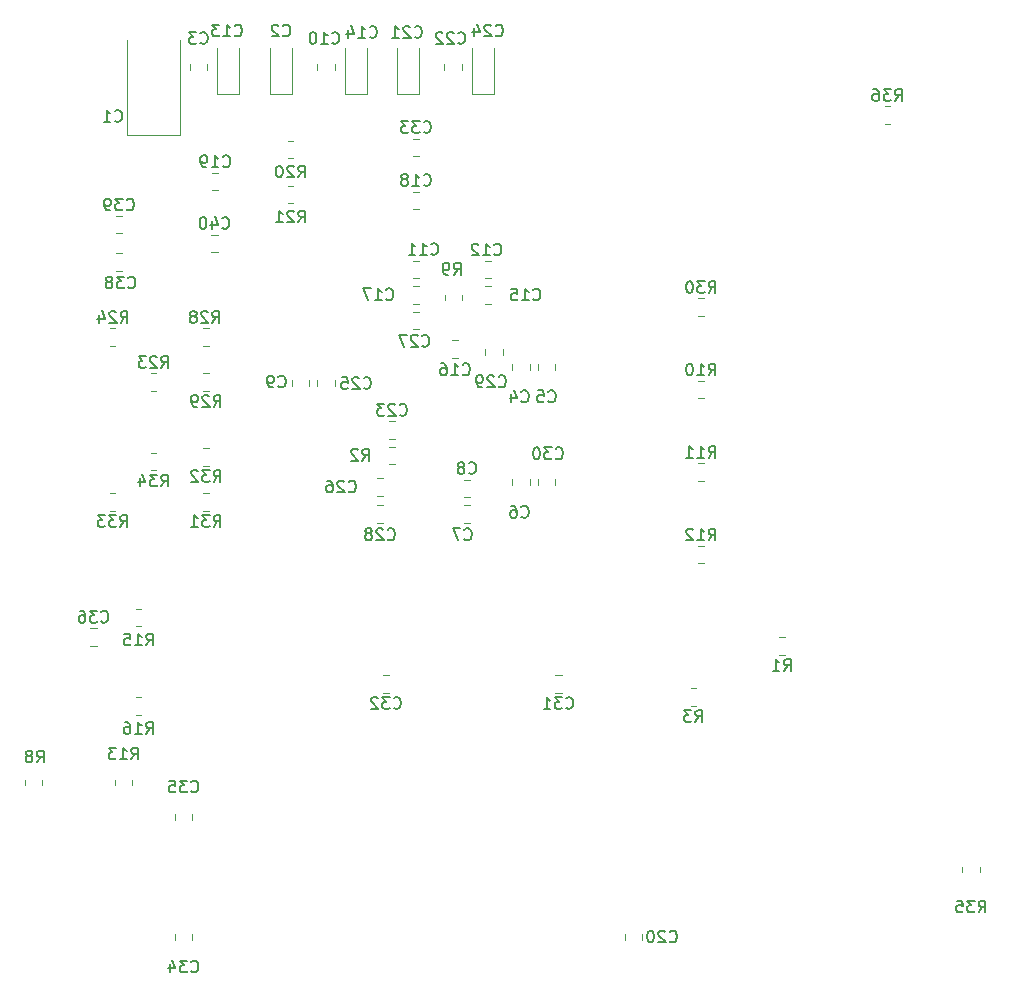
<source format=gbr>
%TF.GenerationSoftware,KiCad,Pcbnew,9.0.2+1*%
%TF.CreationDate,2025-07-26T23:48:39+01:00*%
%TF.ProjectId,ICE40HXDevBoard,49434534-3048-4584-9465-76426f617264,rev?*%
%TF.SameCoordinates,Original*%
%TF.FileFunction,Legend,Bot*%
%TF.FilePolarity,Positive*%
%FSLAX46Y46*%
G04 Gerber Fmt 4.6, Leading zero omitted, Abs format (unit mm)*
G04 Created by KiCad (PCBNEW 9.0.2+1) date 2025-07-26 23:48:39*
%MOMM*%
%LPD*%
G01*
G04 APERTURE LIST*
%ADD10C,0.150000*%
%ADD11C,0.120000*%
G04 APERTURE END LIST*
D10*
X220733857Y-109313830D02*
X220781476Y-109361450D01*
X220781476Y-109361450D02*
X220924333Y-109409069D01*
X220924333Y-109409069D02*
X221019571Y-109409069D01*
X221019571Y-109409069D02*
X221162428Y-109361450D01*
X221162428Y-109361450D02*
X221257666Y-109266211D01*
X221257666Y-109266211D02*
X221305285Y-109170973D01*
X221305285Y-109170973D02*
X221352904Y-108980497D01*
X221352904Y-108980497D02*
X221352904Y-108837640D01*
X221352904Y-108837640D02*
X221305285Y-108647164D01*
X221305285Y-108647164D02*
X221257666Y-108551926D01*
X221257666Y-108551926D02*
X221162428Y-108456688D01*
X221162428Y-108456688D02*
X221019571Y-108409069D01*
X221019571Y-108409069D02*
X220924333Y-108409069D01*
X220924333Y-108409069D02*
X220781476Y-108456688D01*
X220781476Y-108456688D02*
X220733857Y-108504307D01*
X220400523Y-108409069D02*
X219781476Y-108409069D01*
X219781476Y-108409069D02*
X220114809Y-108790021D01*
X220114809Y-108790021D02*
X219971952Y-108790021D01*
X219971952Y-108790021D02*
X219876714Y-108837640D01*
X219876714Y-108837640D02*
X219829095Y-108885259D01*
X219829095Y-108885259D02*
X219781476Y-108980497D01*
X219781476Y-108980497D02*
X219781476Y-109218592D01*
X219781476Y-109218592D02*
X219829095Y-109313830D01*
X219829095Y-109313830D02*
X219876714Y-109361450D01*
X219876714Y-109361450D02*
X219971952Y-109409069D01*
X219971952Y-109409069D02*
X220257666Y-109409069D01*
X220257666Y-109409069D02*
X220352904Y-109361450D01*
X220352904Y-109361450D02*
X220400523Y-109313830D01*
X219162428Y-108409069D02*
X219067190Y-108409069D01*
X219067190Y-108409069D02*
X218971952Y-108456688D01*
X218971952Y-108456688D02*
X218924333Y-108504307D01*
X218924333Y-108504307D02*
X218876714Y-108599545D01*
X218876714Y-108599545D02*
X218829095Y-108790021D01*
X218829095Y-108790021D02*
X218829095Y-109028116D01*
X218829095Y-109028116D02*
X218876714Y-109218592D01*
X218876714Y-109218592D02*
X218924333Y-109313830D01*
X218924333Y-109313830D02*
X218971952Y-109361450D01*
X218971952Y-109361450D02*
X219067190Y-109409069D01*
X219067190Y-109409069D02*
X219162428Y-109409069D01*
X219162428Y-109409069D02*
X219257666Y-109361450D01*
X219257666Y-109361450D02*
X219305285Y-109313830D01*
X219305285Y-109313830D02*
X219352904Y-109218592D01*
X219352904Y-109218592D02*
X219400523Y-109028116D01*
X219400523Y-109028116D02*
X219400523Y-108790021D01*
X219400523Y-108790021D02*
X219352904Y-108599545D01*
X219352904Y-108599545D02*
X219305285Y-108504307D01*
X219305285Y-108504307D02*
X219257666Y-108456688D01*
X219257666Y-108456688D02*
X219162428Y-108409069D01*
X183903857Y-97864819D02*
X184237190Y-97388628D01*
X184475285Y-97864819D02*
X184475285Y-96864819D01*
X184475285Y-96864819D02*
X184094333Y-96864819D01*
X184094333Y-96864819D02*
X183999095Y-96912438D01*
X183999095Y-96912438D02*
X183951476Y-96960057D01*
X183951476Y-96960057D02*
X183903857Y-97055295D01*
X183903857Y-97055295D02*
X183903857Y-97198152D01*
X183903857Y-97198152D02*
X183951476Y-97293390D01*
X183951476Y-97293390D02*
X183999095Y-97341009D01*
X183999095Y-97341009D02*
X184094333Y-97388628D01*
X184094333Y-97388628D02*
X184475285Y-97388628D01*
X183522904Y-96960057D02*
X183475285Y-96912438D01*
X183475285Y-96912438D02*
X183380047Y-96864819D01*
X183380047Y-96864819D02*
X183141952Y-96864819D01*
X183141952Y-96864819D02*
X183046714Y-96912438D01*
X183046714Y-96912438D02*
X182999095Y-96960057D01*
X182999095Y-96960057D02*
X182951476Y-97055295D01*
X182951476Y-97055295D02*
X182951476Y-97150533D01*
X182951476Y-97150533D02*
X182999095Y-97293390D01*
X182999095Y-97293390D02*
X183570523Y-97864819D01*
X183570523Y-97864819D02*
X182951476Y-97864819D01*
X182094333Y-97198152D02*
X182094333Y-97864819D01*
X182332428Y-96817200D02*
X182570523Y-97531485D01*
X182570523Y-97531485D02*
X181951476Y-97531485D01*
X187332857Y-111705819D02*
X187666190Y-111229628D01*
X187904285Y-111705819D02*
X187904285Y-110705819D01*
X187904285Y-110705819D02*
X187523333Y-110705819D01*
X187523333Y-110705819D02*
X187428095Y-110753438D01*
X187428095Y-110753438D02*
X187380476Y-110801057D01*
X187380476Y-110801057D02*
X187332857Y-110896295D01*
X187332857Y-110896295D02*
X187332857Y-111039152D01*
X187332857Y-111039152D02*
X187380476Y-111134390D01*
X187380476Y-111134390D02*
X187428095Y-111182009D01*
X187428095Y-111182009D02*
X187523333Y-111229628D01*
X187523333Y-111229628D02*
X187904285Y-111229628D01*
X186999523Y-110705819D02*
X186380476Y-110705819D01*
X186380476Y-110705819D02*
X186713809Y-111086771D01*
X186713809Y-111086771D02*
X186570952Y-111086771D01*
X186570952Y-111086771D02*
X186475714Y-111134390D01*
X186475714Y-111134390D02*
X186428095Y-111182009D01*
X186428095Y-111182009D02*
X186380476Y-111277247D01*
X186380476Y-111277247D02*
X186380476Y-111515342D01*
X186380476Y-111515342D02*
X186428095Y-111610580D01*
X186428095Y-111610580D02*
X186475714Y-111658200D01*
X186475714Y-111658200D02*
X186570952Y-111705819D01*
X186570952Y-111705819D02*
X186856666Y-111705819D01*
X186856666Y-111705819D02*
X186951904Y-111658200D01*
X186951904Y-111658200D02*
X186999523Y-111610580D01*
X185523333Y-111039152D02*
X185523333Y-111705819D01*
X185761428Y-110658200D02*
X185999523Y-111372485D01*
X185999523Y-111372485D02*
X185380476Y-111372485D01*
X204382666Y-109536069D02*
X204715999Y-109059878D01*
X204954094Y-109536069D02*
X204954094Y-108536069D01*
X204954094Y-108536069D02*
X204573142Y-108536069D01*
X204573142Y-108536069D02*
X204477904Y-108583688D01*
X204477904Y-108583688D02*
X204430285Y-108631307D01*
X204430285Y-108631307D02*
X204382666Y-108726545D01*
X204382666Y-108726545D02*
X204382666Y-108869402D01*
X204382666Y-108869402D02*
X204430285Y-108964640D01*
X204430285Y-108964640D02*
X204477904Y-109012259D01*
X204477904Y-109012259D02*
X204573142Y-109059878D01*
X204573142Y-109059878D02*
X204954094Y-109059878D01*
X204001713Y-108631307D02*
X203954094Y-108583688D01*
X203954094Y-108583688D02*
X203858856Y-108536069D01*
X203858856Y-108536069D02*
X203620761Y-108536069D01*
X203620761Y-108536069D02*
X203525523Y-108583688D01*
X203525523Y-108583688D02*
X203477904Y-108631307D01*
X203477904Y-108631307D02*
X203430285Y-108726545D01*
X203430285Y-108726545D02*
X203430285Y-108821783D01*
X203430285Y-108821783D02*
X203477904Y-108964640D01*
X203477904Y-108964640D02*
X204049332Y-109536069D01*
X204049332Y-109536069D02*
X203430285Y-109536069D01*
X217844666Y-104487830D02*
X217892285Y-104535450D01*
X217892285Y-104535450D02*
X218035142Y-104583069D01*
X218035142Y-104583069D02*
X218130380Y-104583069D01*
X218130380Y-104583069D02*
X218273237Y-104535450D01*
X218273237Y-104535450D02*
X218368475Y-104440211D01*
X218368475Y-104440211D02*
X218416094Y-104344973D01*
X218416094Y-104344973D02*
X218463713Y-104154497D01*
X218463713Y-104154497D02*
X218463713Y-104011640D01*
X218463713Y-104011640D02*
X218416094Y-103821164D01*
X218416094Y-103821164D02*
X218368475Y-103725926D01*
X218368475Y-103725926D02*
X218273237Y-103630688D01*
X218273237Y-103630688D02*
X218130380Y-103583069D01*
X218130380Y-103583069D02*
X218035142Y-103583069D01*
X218035142Y-103583069D02*
X217892285Y-103630688D01*
X217892285Y-103630688D02*
X217844666Y-103678307D01*
X216987523Y-103916402D02*
X216987523Y-104583069D01*
X217225618Y-103535450D02*
X217463713Y-104249735D01*
X217463713Y-104249735D02*
X216844666Y-104249735D01*
X176823666Y-135074819D02*
X177156999Y-134598628D01*
X177395094Y-135074819D02*
X177395094Y-134074819D01*
X177395094Y-134074819D02*
X177014142Y-134074819D01*
X177014142Y-134074819D02*
X176918904Y-134122438D01*
X176918904Y-134122438D02*
X176871285Y-134170057D01*
X176871285Y-134170057D02*
X176823666Y-134265295D01*
X176823666Y-134265295D02*
X176823666Y-134408152D01*
X176823666Y-134408152D02*
X176871285Y-134503390D01*
X176871285Y-134503390D02*
X176918904Y-134551009D01*
X176918904Y-134551009D02*
X177014142Y-134598628D01*
X177014142Y-134598628D02*
X177395094Y-134598628D01*
X176252237Y-134503390D02*
X176347475Y-134455771D01*
X176347475Y-134455771D02*
X176395094Y-134408152D01*
X176395094Y-134408152D02*
X176442713Y-134312914D01*
X176442713Y-134312914D02*
X176442713Y-134265295D01*
X176442713Y-134265295D02*
X176395094Y-134170057D01*
X176395094Y-134170057D02*
X176347475Y-134122438D01*
X176347475Y-134122438D02*
X176252237Y-134074819D01*
X176252237Y-134074819D02*
X176061761Y-134074819D01*
X176061761Y-134074819D02*
X175966523Y-134122438D01*
X175966523Y-134122438D02*
X175918904Y-134170057D01*
X175918904Y-134170057D02*
X175871285Y-134265295D01*
X175871285Y-134265295D02*
X175871285Y-134312914D01*
X175871285Y-134312914D02*
X175918904Y-134408152D01*
X175918904Y-134408152D02*
X175966523Y-134455771D01*
X175966523Y-134455771D02*
X176061761Y-134503390D01*
X176061761Y-134503390D02*
X176252237Y-134503390D01*
X176252237Y-134503390D02*
X176347475Y-134551009D01*
X176347475Y-134551009D02*
X176395094Y-134598628D01*
X176395094Y-134598628D02*
X176442713Y-134693866D01*
X176442713Y-134693866D02*
X176442713Y-134884342D01*
X176442713Y-134884342D02*
X176395094Y-134979580D01*
X176395094Y-134979580D02*
X176347475Y-135027200D01*
X176347475Y-135027200D02*
X176252237Y-135074819D01*
X176252237Y-135074819D02*
X176061761Y-135074819D01*
X176061761Y-135074819D02*
X175966523Y-135027200D01*
X175966523Y-135027200D02*
X175918904Y-134979580D01*
X175918904Y-134979580D02*
X175871285Y-134884342D01*
X175871285Y-134884342D02*
X175871285Y-134693866D01*
X175871285Y-134693866D02*
X175918904Y-134598628D01*
X175918904Y-134598628D02*
X175966523Y-134551009D01*
X175966523Y-134551009D02*
X176061761Y-134503390D01*
X221622857Y-130467080D02*
X221670476Y-130514700D01*
X221670476Y-130514700D02*
X221813333Y-130562319D01*
X221813333Y-130562319D02*
X221908571Y-130562319D01*
X221908571Y-130562319D02*
X222051428Y-130514700D01*
X222051428Y-130514700D02*
X222146666Y-130419461D01*
X222146666Y-130419461D02*
X222194285Y-130324223D01*
X222194285Y-130324223D02*
X222241904Y-130133747D01*
X222241904Y-130133747D02*
X222241904Y-129990890D01*
X222241904Y-129990890D02*
X222194285Y-129800414D01*
X222194285Y-129800414D02*
X222146666Y-129705176D01*
X222146666Y-129705176D02*
X222051428Y-129609938D01*
X222051428Y-129609938D02*
X221908571Y-129562319D01*
X221908571Y-129562319D02*
X221813333Y-129562319D01*
X221813333Y-129562319D02*
X221670476Y-129609938D01*
X221670476Y-129609938D02*
X221622857Y-129657557D01*
X221289523Y-129562319D02*
X220670476Y-129562319D01*
X220670476Y-129562319D02*
X221003809Y-129943271D01*
X221003809Y-129943271D02*
X220860952Y-129943271D01*
X220860952Y-129943271D02*
X220765714Y-129990890D01*
X220765714Y-129990890D02*
X220718095Y-130038509D01*
X220718095Y-130038509D02*
X220670476Y-130133747D01*
X220670476Y-130133747D02*
X220670476Y-130371842D01*
X220670476Y-130371842D02*
X220718095Y-130467080D01*
X220718095Y-130467080D02*
X220765714Y-130514700D01*
X220765714Y-130514700D02*
X220860952Y-130562319D01*
X220860952Y-130562319D02*
X221146666Y-130562319D01*
X221146666Y-130562319D02*
X221241904Y-130514700D01*
X221241904Y-130514700D02*
X221289523Y-130467080D01*
X219718095Y-130562319D02*
X220289523Y-130562319D01*
X220003809Y-130562319D02*
X220003809Y-129562319D01*
X220003809Y-129562319D02*
X220099047Y-129705176D01*
X220099047Y-129705176D02*
X220194285Y-129800414D01*
X220194285Y-129800414D02*
X220289523Y-129848033D01*
X203207857Y-112119580D02*
X203255476Y-112167200D01*
X203255476Y-112167200D02*
X203398333Y-112214819D01*
X203398333Y-112214819D02*
X203493571Y-112214819D01*
X203493571Y-112214819D02*
X203636428Y-112167200D01*
X203636428Y-112167200D02*
X203731666Y-112071961D01*
X203731666Y-112071961D02*
X203779285Y-111976723D01*
X203779285Y-111976723D02*
X203826904Y-111786247D01*
X203826904Y-111786247D02*
X203826904Y-111643390D01*
X203826904Y-111643390D02*
X203779285Y-111452914D01*
X203779285Y-111452914D02*
X203731666Y-111357676D01*
X203731666Y-111357676D02*
X203636428Y-111262438D01*
X203636428Y-111262438D02*
X203493571Y-111214819D01*
X203493571Y-111214819D02*
X203398333Y-111214819D01*
X203398333Y-111214819D02*
X203255476Y-111262438D01*
X203255476Y-111262438D02*
X203207857Y-111310057D01*
X202826904Y-111310057D02*
X202779285Y-111262438D01*
X202779285Y-111262438D02*
X202684047Y-111214819D01*
X202684047Y-111214819D02*
X202445952Y-111214819D01*
X202445952Y-111214819D02*
X202350714Y-111262438D01*
X202350714Y-111262438D02*
X202303095Y-111310057D01*
X202303095Y-111310057D02*
X202255476Y-111405295D01*
X202255476Y-111405295D02*
X202255476Y-111500533D01*
X202255476Y-111500533D02*
X202303095Y-111643390D01*
X202303095Y-111643390D02*
X202874523Y-112214819D01*
X202874523Y-112214819D02*
X202255476Y-112214819D01*
X201398333Y-111214819D02*
X201588809Y-111214819D01*
X201588809Y-111214819D02*
X201684047Y-111262438D01*
X201684047Y-111262438D02*
X201731666Y-111310057D01*
X201731666Y-111310057D02*
X201826904Y-111452914D01*
X201826904Y-111452914D02*
X201874523Y-111643390D01*
X201874523Y-111643390D02*
X201874523Y-112024342D01*
X201874523Y-112024342D02*
X201826904Y-112119580D01*
X201826904Y-112119580D02*
X201779285Y-112167200D01*
X201779285Y-112167200D02*
X201684047Y-112214819D01*
X201684047Y-112214819D02*
X201493571Y-112214819D01*
X201493571Y-112214819D02*
X201398333Y-112167200D01*
X201398333Y-112167200D02*
X201350714Y-112119580D01*
X201350714Y-112119580D02*
X201303095Y-112024342D01*
X201303095Y-112024342D02*
X201303095Y-111786247D01*
X201303095Y-111786247D02*
X201350714Y-111691009D01*
X201350714Y-111691009D02*
X201398333Y-111643390D01*
X201398333Y-111643390D02*
X201493571Y-111595771D01*
X201493571Y-111595771D02*
X201684047Y-111595771D01*
X201684047Y-111595771D02*
X201779285Y-111643390D01*
X201779285Y-111643390D02*
X201826904Y-111691009D01*
X201826904Y-111691009D02*
X201874523Y-111786247D01*
X215907857Y-103217830D02*
X215955476Y-103265450D01*
X215955476Y-103265450D02*
X216098333Y-103313069D01*
X216098333Y-103313069D02*
X216193571Y-103313069D01*
X216193571Y-103313069D02*
X216336428Y-103265450D01*
X216336428Y-103265450D02*
X216431666Y-103170211D01*
X216431666Y-103170211D02*
X216479285Y-103074973D01*
X216479285Y-103074973D02*
X216526904Y-102884497D01*
X216526904Y-102884497D02*
X216526904Y-102741640D01*
X216526904Y-102741640D02*
X216479285Y-102551164D01*
X216479285Y-102551164D02*
X216431666Y-102455926D01*
X216431666Y-102455926D02*
X216336428Y-102360688D01*
X216336428Y-102360688D02*
X216193571Y-102313069D01*
X216193571Y-102313069D02*
X216098333Y-102313069D01*
X216098333Y-102313069D02*
X215955476Y-102360688D01*
X215955476Y-102360688D02*
X215907857Y-102408307D01*
X215526904Y-102408307D02*
X215479285Y-102360688D01*
X215479285Y-102360688D02*
X215384047Y-102313069D01*
X215384047Y-102313069D02*
X215145952Y-102313069D01*
X215145952Y-102313069D02*
X215050714Y-102360688D01*
X215050714Y-102360688D02*
X215003095Y-102408307D01*
X215003095Y-102408307D02*
X214955476Y-102503545D01*
X214955476Y-102503545D02*
X214955476Y-102598783D01*
X214955476Y-102598783D02*
X215003095Y-102741640D01*
X215003095Y-102741640D02*
X215574523Y-103313069D01*
X215574523Y-103313069D02*
X214955476Y-103313069D01*
X214479285Y-103313069D02*
X214288809Y-103313069D01*
X214288809Y-103313069D02*
X214193571Y-103265450D01*
X214193571Y-103265450D02*
X214145952Y-103217830D01*
X214145952Y-103217830D02*
X214050714Y-103074973D01*
X214050714Y-103074973D02*
X214003095Y-102884497D01*
X214003095Y-102884497D02*
X214003095Y-102503545D01*
X214003095Y-102503545D02*
X214050714Y-102408307D01*
X214050714Y-102408307D02*
X214098333Y-102360688D01*
X214098333Y-102360688D02*
X214193571Y-102313069D01*
X214193571Y-102313069D02*
X214384047Y-102313069D01*
X214384047Y-102313069D02*
X214479285Y-102360688D01*
X214479285Y-102360688D02*
X214526904Y-102408307D01*
X214526904Y-102408307D02*
X214574523Y-102503545D01*
X214574523Y-102503545D02*
X214574523Y-102741640D01*
X214574523Y-102741640D02*
X214526904Y-102836878D01*
X214526904Y-102836878D02*
X214479285Y-102884497D01*
X214479285Y-102884497D02*
X214384047Y-102932116D01*
X214384047Y-102932116D02*
X214193571Y-102932116D01*
X214193571Y-102932116D02*
X214098333Y-102884497D01*
X214098333Y-102884497D02*
X214050714Y-102836878D01*
X214050714Y-102836878D02*
X214003095Y-102741640D01*
X189872857Y-152759580D02*
X189920476Y-152807200D01*
X189920476Y-152807200D02*
X190063333Y-152854819D01*
X190063333Y-152854819D02*
X190158571Y-152854819D01*
X190158571Y-152854819D02*
X190301428Y-152807200D01*
X190301428Y-152807200D02*
X190396666Y-152711961D01*
X190396666Y-152711961D02*
X190444285Y-152616723D01*
X190444285Y-152616723D02*
X190491904Y-152426247D01*
X190491904Y-152426247D02*
X190491904Y-152283390D01*
X190491904Y-152283390D02*
X190444285Y-152092914D01*
X190444285Y-152092914D02*
X190396666Y-151997676D01*
X190396666Y-151997676D02*
X190301428Y-151902438D01*
X190301428Y-151902438D02*
X190158571Y-151854819D01*
X190158571Y-151854819D02*
X190063333Y-151854819D01*
X190063333Y-151854819D02*
X189920476Y-151902438D01*
X189920476Y-151902438D02*
X189872857Y-151950057D01*
X189539523Y-151854819D02*
X188920476Y-151854819D01*
X188920476Y-151854819D02*
X189253809Y-152235771D01*
X189253809Y-152235771D02*
X189110952Y-152235771D01*
X189110952Y-152235771D02*
X189015714Y-152283390D01*
X189015714Y-152283390D02*
X188968095Y-152331009D01*
X188968095Y-152331009D02*
X188920476Y-152426247D01*
X188920476Y-152426247D02*
X188920476Y-152664342D01*
X188920476Y-152664342D02*
X188968095Y-152759580D01*
X188968095Y-152759580D02*
X189015714Y-152807200D01*
X189015714Y-152807200D02*
X189110952Y-152854819D01*
X189110952Y-152854819D02*
X189396666Y-152854819D01*
X189396666Y-152854819D02*
X189491904Y-152807200D01*
X189491904Y-152807200D02*
X189539523Y-152759580D01*
X188063333Y-152188152D02*
X188063333Y-152854819D01*
X188301428Y-151807200D02*
X188539523Y-152521485D01*
X188539523Y-152521485D02*
X187920476Y-152521485D01*
X209430857Y-99788830D02*
X209478476Y-99836450D01*
X209478476Y-99836450D02*
X209621333Y-99884069D01*
X209621333Y-99884069D02*
X209716571Y-99884069D01*
X209716571Y-99884069D02*
X209859428Y-99836450D01*
X209859428Y-99836450D02*
X209954666Y-99741211D01*
X209954666Y-99741211D02*
X210002285Y-99645973D01*
X210002285Y-99645973D02*
X210049904Y-99455497D01*
X210049904Y-99455497D02*
X210049904Y-99312640D01*
X210049904Y-99312640D02*
X210002285Y-99122164D01*
X210002285Y-99122164D02*
X209954666Y-99026926D01*
X209954666Y-99026926D02*
X209859428Y-98931688D01*
X209859428Y-98931688D02*
X209716571Y-98884069D01*
X209716571Y-98884069D02*
X209621333Y-98884069D01*
X209621333Y-98884069D02*
X209478476Y-98931688D01*
X209478476Y-98931688D02*
X209430857Y-98979307D01*
X209049904Y-98979307D02*
X209002285Y-98931688D01*
X209002285Y-98931688D02*
X208907047Y-98884069D01*
X208907047Y-98884069D02*
X208668952Y-98884069D01*
X208668952Y-98884069D02*
X208573714Y-98931688D01*
X208573714Y-98931688D02*
X208526095Y-98979307D01*
X208526095Y-98979307D02*
X208478476Y-99074545D01*
X208478476Y-99074545D02*
X208478476Y-99169783D01*
X208478476Y-99169783D02*
X208526095Y-99312640D01*
X208526095Y-99312640D02*
X209097523Y-99884069D01*
X209097523Y-99884069D02*
X208478476Y-99884069D01*
X208145142Y-98884069D02*
X207478476Y-98884069D01*
X207478476Y-98884069D02*
X207907047Y-99884069D01*
X191777857Y-104974819D02*
X192111190Y-104498628D01*
X192349285Y-104974819D02*
X192349285Y-103974819D01*
X192349285Y-103974819D02*
X191968333Y-103974819D01*
X191968333Y-103974819D02*
X191873095Y-104022438D01*
X191873095Y-104022438D02*
X191825476Y-104070057D01*
X191825476Y-104070057D02*
X191777857Y-104165295D01*
X191777857Y-104165295D02*
X191777857Y-104308152D01*
X191777857Y-104308152D02*
X191825476Y-104403390D01*
X191825476Y-104403390D02*
X191873095Y-104451009D01*
X191873095Y-104451009D02*
X191968333Y-104498628D01*
X191968333Y-104498628D02*
X192349285Y-104498628D01*
X191396904Y-104070057D02*
X191349285Y-104022438D01*
X191349285Y-104022438D02*
X191254047Y-103974819D01*
X191254047Y-103974819D02*
X191015952Y-103974819D01*
X191015952Y-103974819D02*
X190920714Y-104022438D01*
X190920714Y-104022438D02*
X190873095Y-104070057D01*
X190873095Y-104070057D02*
X190825476Y-104165295D01*
X190825476Y-104165295D02*
X190825476Y-104260533D01*
X190825476Y-104260533D02*
X190873095Y-104403390D01*
X190873095Y-104403390D02*
X191444523Y-104974819D01*
X191444523Y-104974819D02*
X190825476Y-104974819D01*
X190349285Y-104974819D02*
X190158809Y-104974819D01*
X190158809Y-104974819D02*
X190063571Y-104927200D01*
X190063571Y-104927200D02*
X190015952Y-104879580D01*
X190015952Y-104879580D02*
X189920714Y-104736723D01*
X189920714Y-104736723D02*
X189873095Y-104546247D01*
X189873095Y-104546247D02*
X189873095Y-104165295D01*
X189873095Y-104165295D02*
X189920714Y-104070057D01*
X189920714Y-104070057D02*
X189968333Y-104022438D01*
X189968333Y-104022438D02*
X190063571Y-103974819D01*
X190063571Y-103974819D02*
X190254047Y-103974819D01*
X190254047Y-103974819D02*
X190349285Y-104022438D01*
X190349285Y-104022438D02*
X190396904Y-104070057D01*
X190396904Y-104070057D02*
X190444523Y-104165295D01*
X190444523Y-104165295D02*
X190444523Y-104403390D01*
X190444523Y-104403390D02*
X190396904Y-104498628D01*
X190396904Y-104498628D02*
X190349285Y-104546247D01*
X190349285Y-104546247D02*
X190254047Y-104593866D01*
X190254047Y-104593866D02*
X190063571Y-104593866D01*
X190063571Y-104593866D02*
X189968333Y-104546247D01*
X189968333Y-104546247D02*
X189920714Y-104498628D01*
X189920714Y-104498628D02*
X189873095Y-104403390D01*
X206509857Y-116171830D02*
X206557476Y-116219450D01*
X206557476Y-116219450D02*
X206700333Y-116267069D01*
X206700333Y-116267069D02*
X206795571Y-116267069D01*
X206795571Y-116267069D02*
X206938428Y-116219450D01*
X206938428Y-116219450D02*
X207033666Y-116124211D01*
X207033666Y-116124211D02*
X207081285Y-116028973D01*
X207081285Y-116028973D02*
X207128904Y-115838497D01*
X207128904Y-115838497D02*
X207128904Y-115695640D01*
X207128904Y-115695640D02*
X207081285Y-115505164D01*
X207081285Y-115505164D02*
X207033666Y-115409926D01*
X207033666Y-115409926D02*
X206938428Y-115314688D01*
X206938428Y-115314688D02*
X206795571Y-115267069D01*
X206795571Y-115267069D02*
X206700333Y-115267069D01*
X206700333Y-115267069D02*
X206557476Y-115314688D01*
X206557476Y-115314688D02*
X206509857Y-115362307D01*
X206128904Y-115362307D02*
X206081285Y-115314688D01*
X206081285Y-115314688D02*
X205986047Y-115267069D01*
X205986047Y-115267069D02*
X205747952Y-115267069D01*
X205747952Y-115267069D02*
X205652714Y-115314688D01*
X205652714Y-115314688D02*
X205605095Y-115362307D01*
X205605095Y-115362307D02*
X205557476Y-115457545D01*
X205557476Y-115457545D02*
X205557476Y-115552783D01*
X205557476Y-115552783D02*
X205605095Y-115695640D01*
X205605095Y-115695640D02*
X206176523Y-116267069D01*
X206176523Y-116267069D02*
X205557476Y-116267069D01*
X204986047Y-115695640D02*
X205081285Y-115648021D01*
X205081285Y-115648021D02*
X205128904Y-115600402D01*
X205128904Y-115600402D02*
X205176523Y-115505164D01*
X205176523Y-115505164D02*
X205176523Y-115457545D01*
X205176523Y-115457545D02*
X205128904Y-115362307D01*
X205128904Y-115362307D02*
X205081285Y-115314688D01*
X205081285Y-115314688D02*
X204986047Y-115267069D01*
X204986047Y-115267069D02*
X204795571Y-115267069D01*
X204795571Y-115267069D02*
X204700333Y-115314688D01*
X204700333Y-115314688D02*
X204652714Y-115362307D01*
X204652714Y-115362307D02*
X204605095Y-115457545D01*
X204605095Y-115457545D02*
X204605095Y-115505164D01*
X204605095Y-115505164D02*
X204652714Y-115600402D01*
X204652714Y-115600402D02*
X204700333Y-115648021D01*
X204700333Y-115648021D02*
X204795571Y-115695640D01*
X204795571Y-115695640D02*
X204986047Y-115695640D01*
X204986047Y-115695640D02*
X205081285Y-115743259D01*
X205081285Y-115743259D02*
X205128904Y-115790878D01*
X205128904Y-115790878D02*
X205176523Y-115886116D01*
X205176523Y-115886116D02*
X205176523Y-116076592D01*
X205176523Y-116076592D02*
X205128904Y-116171830D01*
X205128904Y-116171830D02*
X205081285Y-116219450D01*
X205081285Y-116219450D02*
X204986047Y-116267069D01*
X204986047Y-116267069D02*
X204795571Y-116267069D01*
X204795571Y-116267069D02*
X204700333Y-116219450D01*
X204700333Y-116219450D02*
X204652714Y-116171830D01*
X204652714Y-116171830D02*
X204605095Y-116076592D01*
X204605095Y-116076592D02*
X204605095Y-115886116D01*
X204605095Y-115886116D02*
X204652714Y-115790878D01*
X204652714Y-115790878D02*
X204700333Y-115743259D01*
X204700333Y-115743259D02*
X204795571Y-115695640D01*
X233687857Y-116279819D02*
X234021190Y-115803628D01*
X234259285Y-116279819D02*
X234259285Y-115279819D01*
X234259285Y-115279819D02*
X233878333Y-115279819D01*
X233878333Y-115279819D02*
X233783095Y-115327438D01*
X233783095Y-115327438D02*
X233735476Y-115375057D01*
X233735476Y-115375057D02*
X233687857Y-115470295D01*
X233687857Y-115470295D02*
X233687857Y-115613152D01*
X233687857Y-115613152D02*
X233735476Y-115708390D01*
X233735476Y-115708390D02*
X233783095Y-115756009D01*
X233783095Y-115756009D02*
X233878333Y-115803628D01*
X233878333Y-115803628D02*
X234259285Y-115803628D01*
X232735476Y-116279819D02*
X233306904Y-116279819D01*
X233021190Y-116279819D02*
X233021190Y-115279819D01*
X233021190Y-115279819D02*
X233116428Y-115422676D01*
X233116428Y-115422676D02*
X233211666Y-115517914D01*
X233211666Y-115517914D02*
X233306904Y-115565533D01*
X232354523Y-115375057D02*
X232306904Y-115327438D01*
X232306904Y-115327438D02*
X232211666Y-115279819D01*
X232211666Y-115279819D02*
X231973571Y-115279819D01*
X231973571Y-115279819D02*
X231878333Y-115327438D01*
X231878333Y-115327438D02*
X231830714Y-115375057D01*
X231830714Y-115375057D02*
X231783095Y-115470295D01*
X231783095Y-115470295D02*
X231783095Y-115565533D01*
X231783095Y-115565533D02*
X231830714Y-115708390D01*
X231830714Y-115708390D02*
X232402142Y-116279819D01*
X232402142Y-116279819D02*
X231783095Y-116279819D01*
X230385857Y-150219580D02*
X230433476Y-150267200D01*
X230433476Y-150267200D02*
X230576333Y-150314819D01*
X230576333Y-150314819D02*
X230671571Y-150314819D01*
X230671571Y-150314819D02*
X230814428Y-150267200D01*
X230814428Y-150267200D02*
X230909666Y-150171961D01*
X230909666Y-150171961D02*
X230957285Y-150076723D01*
X230957285Y-150076723D02*
X231004904Y-149886247D01*
X231004904Y-149886247D02*
X231004904Y-149743390D01*
X231004904Y-149743390D02*
X230957285Y-149552914D01*
X230957285Y-149552914D02*
X230909666Y-149457676D01*
X230909666Y-149457676D02*
X230814428Y-149362438D01*
X230814428Y-149362438D02*
X230671571Y-149314819D01*
X230671571Y-149314819D02*
X230576333Y-149314819D01*
X230576333Y-149314819D02*
X230433476Y-149362438D01*
X230433476Y-149362438D02*
X230385857Y-149410057D01*
X230004904Y-149410057D02*
X229957285Y-149362438D01*
X229957285Y-149362438D02*
X229862047Y-149314819D01*
X229862047Y-149314819D02*
X229623952Y-149314819D01*
X229623952Y-149314819D02*
X229528714Y-149362438D01*
X229528714Y-149362438D02*
X229481095Y-149410057D01*
X229481095Y-149410057D02*
X229433476Y-149505295D01*
X229433476Y-149505295D02*
X229433476Y-149600533D01*
X229433476Y-149600533D02*
X229481095Y-149743390D01*
X229481095Y-149743390D02*
X230052523Y-150314819D01*
X230052523Y-150314819D02*
X229433476Y-150314819D01*
X228814428Y-149314819D02*
X228719190Y-149314819D01*
X228719190Y-149314819D02*
X228623952Y-149362438D01*
X228623952Y-149362438D02*
X228576333Y-149410057D01*
X228576333Y-149410057D02*
X228528714Y-149505295D01*
X228528714Y-149505295D02*
X228481095Y-149695771D01*
X228481095Y-149695771D02*
X228481095Y-149933866D01*
X228481095Y-149933866D02*
X228528714Y-150124342D01*
X228528714Y-150124342D02*
X228576333Y-150219580D01*
X228576333Y-150219580D02*
X228623952Y-150267200D01*
X228623952Y-150267200D02*
X228719190Y-150314819D01*
X228719190Y-150314819D02*
X228814428Y-150314819D01*
X228814428Y-150314819D02*
X228909666Y-150267200D01*
X228909666Y-150267200D02*
X228957285Y-150219580D01*
X228957285Y-150219580D02*
X229004904Y-150124342D01*
X229004904Y-150124342D02*
X229052523Y-149933866D01*
X229052523Y-149933866D02*
X229052523Y-149695771D01*
X229052523Y-149695771D02*
X229004904Y-149505295D01*
X229004904Y-149505295D02*
X228957285Y-149410057D01*
X228957285Y-149410057D02*
X228909666Y-149362438D01*
X228909666Y-149362438D02*
X228814428Y-149314819D01*
X218828857Y-95863580D02*
X218876476Y-95911200D01*
X218876476Y-95911200D02*
X219019333Y-95958819D01*
X219019333Y-95958819D02*
X219114571Y-95958819D01*
X219114571Y-95958819D02*
X219257428Y-95911200D01*
X219257428Y-95911200D02*
X219352666Y-95815961D01*
X219352666Y-95815961D02*
X219400285Y-95720723D01*
X219400285Y-95720723D02*
X219447904Y-95530247D01*
X219447904Y-95530247D02*
X219447904Y-95387390D01*
X219447904Y-95387390D02*
X219400285Y-95196914D01*
X219400285Y-95196914D02*
X219352666Y-95101676D01*
X219352666Y-95101676D02*
X219257428Y-95006438D01*
X219257428Y-95006438D02*
X219114571Y-94958819D01*
X219114571Y-94958819D02*
X219019333Y-94958819D01*
X219019333Y-94958819D02*
X218876476Y-95006438D01*
X218876476Y-95006438D02*
X218828857Y-95054057D01*
X217876476Y-95958819D02*
X218447904Y-95958819D01*
X218162190Y-95958819D02*
X218162190Y-94958819D01*
X218162190Y-94958819D02*
X218257428Y-95101676D01*
X218257428Y-95101676D02*
X218352666Y-95196914D01*
X218352666Y-95196914D02*
X218447904Y-95244533D01*
X216971714Y-94958819D02*
X217447904Y-94958819D01*
X217447904Y-94958819D02*
X217495523Y-95435009D01*
X217495523Y-95435009D02*
X217447904Y-95387390D01*
X217447904Y-95387390D02*
X217352666Y-95339771D01*
X217352666Y-95339771D02*
X217114571Y-95339771D01*
X217114571Y-95339771D02*
X217019333Y-95387390D01*
X217019333Y-95387390D02*
X216971714Y-95435009D01*
X216971714Y-95435009D02*
X216924095Y-95530247D01*
X216924095Y-95530247D02*
X216924095Y-95768342D01*
X216924095Y-95768342D02*
X216971714Y-95863580D01*
X216971714Y-95863580D02*
X217019333Y-95911200D01*
X217019333Y-95911200D02*
X217114571Y-95958819D01*
X217114571Y-95958819D02*
X217352666Y-95958819D01*
X217352666Y-95958819D02*
X217447904Y-95911200D01*
X217447904Y-95911200D02*
X217495523Y-95863580D01*
X191674357Y-97863819D02*
X192007690Y-97387628D01*
X192245785Y-97863819D02*
X192245785Y-96863819D01*
X192245785Y-96863819D02*
X191864833Y-96863819D01*
X191864833Y-96863819D02*
X191769595Y-96911438D01*
X191769595Y-96911438D02*
X191721976Y-96959057D01*
X191721976Y-96959057D02*
X191674357Y-97054295D01*
X191674357Y-97054295D02*
X191674357Y-97197152D01*
X191674357Y-97197152D02*
X191721976Y-97292390D01*
X191721976Y-97292390D02*
X191769595Y-97340009D01*
X191769595Y-97340009D02*
X191864833Y-97387628D01*
X191864833Y-97387628D02*
X192245785Y-97387628D01*
X191293404Y-96959057D02*
X191245785Y-96911438D01*
X191245785Y-96911438D02*
X191150547Y-96863819D01*
X191150547Y-96863819D02*
X190912452Y-96863819D01*
X190912452Y-96863819D02*
X190817214Y-96911438D01*
X190817214Y-96911438D02*
X190769595Y-96959057D01*
X190769595Y-96959057D02*
X190721976Y-97054295D01*
X190721976Y-97054295D02*
X190721976Y-97149533D01*
X190721976Y-97149533D02*
X190769595Y-97292390D01*
X190769595Y-97292390D02*
X191341023Y-97863819D01*
X191341023Y-97863819D02*
X190721976Y-97863819D01*
X190150547Y-97292390D02*
X190245785Y-97244771D01*
X190245785Y-97244771D02*
X190293404Y-97197152D01*
X190293404Y-97197152D02*
X190341023Y-97101914D01*
X190341023Y-97101914D02*
X190341023Y-97054295D01*
X190341023Y-97054295D02*
X190293404Y-96959057D01*
X190293404Y-96959057D02*
X190245785Y-96911438D01*
X190245785Y-96911438D02*
X190150547Y-96863819D01*
X190150547Y-96863819D02*
X189960071Y-96863819D01*
X189960071Y-96863819D02*
X189864833Y-96911438D01*
X189864833Y-96911438D02*
X189817214Y-96959057D01*
X189817214Y-96959057D02*
X189769595Y-97054295D01*
X189769595Y-97054295D02*
X189769595Y-97101914D01*
X189769595Y-97101914D02*
X189817214Y-97197152D01*
X189817214Y-97197152D02*
X189864833Y-97244771D01*
X189864833Y-97244771D02*
X189960071Y-97292390D01*
X189960071Y-97292390D02*
X190150547Y-97292390D01*
X190150547Y-97292390D02*
X190245785Y-97340009D01*
X190245785Y-97340009D02*
X190293404Y-97387628D01*
X190293404Y-97387628D02*
X190341023Y-97482866D01*
X190341023Y-97482866D02*
X190341023Y-97673342D01*
X190341023Y-97673342D02*
X190293404Y-97768580D01*
X190293404Y-97768580D02*
X190245785Y-97816200D01*
X190245785Y-97816200D02*
X190150547Y-97863819D01*
X190150547Y-97863819D02*
X189960071Y-97863819D01*
X189960071Y-97863819D02*
X189864833Y-97816200D01*
X189864833Y-97816200D02*
X189817214Y-97768580D01*
X189817214Y-97768580D02*
X189769595Y-97673342D01*
X189769595Y-97673342D02*
X189769595Y-97482866D01*
X189769595Y-97482866D02*
X189817214Y-97387628D01*
X189817214Y-97387628D02*
X189864833Y-97340009D01*
X189864833Y-97340009D02*
X189960071Y-97292390D01*
X217844666Y-114266830D02*
X217892285Y-114314450D01*
X217892285Y-114314450D02*
X218035142Y-114362069D01*
X218035142Y-114362069D02*
X218130380Y-114362069D01*
X218130380Y-114362069D02*
X218273237Y-114314450D01*
X218273237Y-114314450D02*
X218368475Y-114219211D01*
X218368475Y-114219211D02*
X218416094Y-114123973D01*
X218416094Y-114123973D02*
X218463713Y-113933497D01*
X218463713Y-113933497D02*
X218463713Y-113790640D01*
X218463713Y-113790640D02*
X218416094Y-113600164D01*
X218416094Y-113600164D02*
X218368475Y-113504926D01*
X218368475Y-113504926D02*
X218273237Y-113409688D01*
X218273237Y-113409688D02*
X218130380Y-113362069D01*
X218130380Y-113362069D02*
X218035142Y-113362069D01*
X218035142Y-113362069D02*
X217892285Y-113409688D01*
X217892285Y-113409688D02*
X217844666Y-113457307D01*
X216987523Y-113362069D02*
X217177999Y-113362069D01*
X217177999Y-113362069D02*
X217273237Y-113409688D01*
X217273237Y-113409688D02*
X217320856Y-113457307D01*
X217320856Y-113457307D02*
X217416094Y-113600164D01*
X217416094Y-113600164D02*
X217463713Y-113790640D01*
X217463713Y-113790640D02*
X217463713Y-114171592D01*
X217463713Y-114171592D02*
X217416094Y-114266830D01*
X217416094Y-114266830D02*
X217368475Y-114314450D01*
X217368475Y-114314450D02*
X217273237Y-114362069D01*
X217273237Y-114362069D02*
X217082761Y-114362069D01*
X217082761Y-114362069D02*
X216987523Y-114314450D01*
X216987523Y-114314450D02*
X216939904Y-114266830D01*
X216939904Y-114266830D02*
X216892285Y-114171592D01*
X216892285Y-114171592D02*
X216892285Y-113933497D01*
X216892285Y-113933497D02*
X216939904Y-113838259D01*
X216939904Y-113838259D02*
X216987523Y-113790640D01*
X216987523Y-113790640D02*
X217082761Y-113743021D01*
X217082761Y-113743021D02*
X217273237Y-113743021D01*
X217273237Y-113743021D02*
X217368475Y-113790640D01*
X217368475Y-113790640D02*
X217416094Y-113838259D01*
X217416094Y-113838259D02*
X217463713Y-113933497D01*
X186062857Y-132661819D02*
X186396190Y-132185628D01*
X186634285Y-132661819D02*
X186634285Y-131661819D01*
X186634285Y-131661819D02*
X186253333Y-131661819D01*
X186253333Y-131661819D02*
X186158095Y-131709438D01*
X186158095Y-131709438D02*
X186110476Y-131757057D01*
X186110476Y-131757057D02*
X186062857Y-131852295D01*
X186062857Y-131852295D02*
X186062857Y-131995152D01*
X186062857Y-131995152D02*
X186110476Y-132090390D01*
X186110476Y-132090390D02*
X186158095Y-132138009D01*
X186158095Y-132138009D02*
X186253333Y-132185628D01*
X186253333Y-132185628D02*
X186634285Y-132185628D01*
X185110476Y-132661819D02*
X185681904Y-132661819D01*
X185396190Y-132661819D02*
X185396190Y-131661819D01*
X185396190Y-131661819D02*
X185491428Y-131804676D01*
X185491428Y-131804676D02*
X185586666Y-131899914D01*
X185586666Y-131899914D02*
X185681904Y-131947533D01*
X184253333Y-131661819D02*
X184443809Y-131661819D01*
X184443809Y-131661819D02*
X184539047Y-131709438D01*
X184539047Y-131709438D02*
X184586666Y-131757057D01*
X184586666Y-131757057D02*
X184681904Y-131899914D01*
X184681904Y-131899914D02*
X184729523Y-132090390D01*
X184729523Y-132090390D02*
X184729523Y-132471342D01*
X184729523Y-132471342D02*
X184681904Y-132566580D01*
X184681904Y-132566580D02*
X184634285Y-132614200D01*
X184634285Y-132614200D02*
X184539047Y-132661819D01*
X184539047Y-132661819D02*
X184348571Y-132661819D01*
X184348571Y-132661819D02*
X184253333Y-132614200D01*
X184253333Y-132614200D02*
X184205714Y-132566580D01*
X184205714Y-132566580D02*
X184158095Y-132471342D01*
X184158095Y-132471342D02*
X184158095Y-132233247D01*
X184158095Y-132233247D02*
X184205714Y-132138009D01*
X184205714Y-132138009D02*
X184253333Y-132090390D01*
X184253333Y-132090390D02*
X184348571Y-132042771D01*
X184348571Y-132042771D02*
X184539047Y-132042771D01*
X184539047Y-132042771D02*
X184634285Y-132090390D01*
X184634285Y-132090390D02*
X184681904Y-132138009D01*
X184681904Y-132138009D02*
X184729523Y-132233247D01*
X204985857Y-73638580D02*
X205033476Y-73686200D01*
X205033476Y-73686200D02*
X205176333Y-73733819D01*
X205176333Y-73733819D02*
X205271571Y-73733819D01*
X205271571Y-73733819D02*
X205414428Y-73686200D01*
X205414428Y-73686200D02*
X205509666Y-73590961D01*
X205509666Y-73590961D02*
X205557285Y-73495723D01*
X205557285Y-73495723D02*
X205604904Y-73305247D01*
X205604904Y-73305247D02*
X205604904Y-73162390D01*
X205604904Y-73162390D02*
X205557285Y-72971914D01*
X205557285Y-72971914D02*
X205509666Y-72876676D01*
X205509666Y-72876676D02*
X205414428Y-72781438D01*
X205414428Y-72781438D02*
X205271571Y-72733819D01*
X205271571Y-72733819D02*
X205176333Y-72733819D01*
X205176333Y-72733819D02*
X205033476Y-72781438D01*
X205033476Y-72781438D02*
X204985857Y-72829057D01*
X204033476Y-73733819D02*
X204604904Y-73733819D01*
X204319190Y-73733819D02*
X204319190Y-72733819D01*
X204319190Y-72733819D02*
X204414428Y-72876676D01*
X204414428Y-72876676D02*
X204509666Y-72971914D01*
X204509666Y-72971914D02*
X204604904Y-73019533D01*
X203176333Y-73067152D02*
X203176333Y-73733819D01*
X203414428Y-72686200D02*
X203652523Y-73400485D01*
X203652523Y-73400485D02*
X203033476Y-73400485D01*
X183427666Y-80748580D02*
X183475285Y-80796200D01*
X183475285Y-80796200D02*
X183618142Y-80843819D01*
X183618142Y-80843819D02*
X183713380Y-80843819D01*
X183713380Y-80843819D02*
X183856237Y-80796200D01*
X183856237Y-80796200D02*
X183951475Y-80700961D01*
X183951475Y-80700961D02*
X183999094Y-80605723D01*
X183999094Y-80605723D02*
X184046713Y-80415247D01*
X184046713Y-80415247D02*
X184046713Y-80272390D01*
X184046713Y-80272390D02*
X183999094Y-80081914D01*
X183999094Y-80081914D02*
X183951475Y-79986676D01*
X183951475Y-79986676D02*
X183856237Y-79891438D01*
X183856237Y-79891438D02*
X183713380Y-79843819D01*
X183713380Y-79843819D02*
X183618142Y-79843819D01*
X183618142Y-79843819D02*
X183475285Y-79891438D01*
X183475285Y-79891438D02*
X183427666Y-79939057D01*
X182475285Y-80843819D02*
X183046713Y-80843819D01*
X182760999Y-80843819D02*
X182760999Y-79843819D01*
X182760999Y-79843819D02*
X182856237Y-79986676D01*
X182856237Y-79986676D02*
X182951475Y-80081914D01*
X182951475Y-80081914D02*
X183046713Y-80129533D01*
X187332857Y-101674819D02*
X187666190Y-101198628D01*
X187904285Y-101674819D02*
X187904285Y-100674819D01*
X187904285Y-100674819D02*
X187523333Y-100674819D01*
X187523333Y-100674819D02*
X187428095Y-100722438D01*
X187428095Y-100722438D02*
X187380476Y-100770057D01*
X187380476Y-100770057D02*
X187332857Y-100865295D01*
X187332857Y-100865295D02*
X187332857Y-101008152D01*
X187332857Y-101008152D02*
X187380476Y-101103390D01*
X187380476Y-101103390D02*
X187428095Y-101151009D01*
X187428095Y-101151009D02*
X187523333Y-101198628D01*
X187523333Y-101198628D02*
X187904285Y-101198628D01*
X186951904Y-100770057D02*
X186904285Y-100722438D01*
X186904285Y-100722438D02*
X186809047Y-100674819D01*
X186809047Y-100674819D02*
X186570952Y-100674819D01*
X186570952Y-100674819D02*
X186475714Y-100722438D01*
X186475714Y-100722438D02*
X186428095Y-100770057D01*
X186428095Y-100770057D02*
X186380476Y-100865295D01*
X186380476Y-100865295D02*
X186380476Y-100960533D01*
X186380476Y-100960533D02*
X186428095Y-101103390D01*
X186428095Y-101103390D02*
X186999523Y-101674819D01*
X186999523Y-101674819D02*
X186380476Y-101674819D01*
X186047142Y-100674819D02*
X185428095Y-100674819D01*
X185428095Y-100674819D02*
X185761428Y-101055771D01*
X185761428Y-101055771D02*
X185618571Y-101055771D01*
X185618571Y-101055771D02*
X185523333Y-101103390D01*
X185523333Y-101103390D02*
X185475714Y-101151009D01*
X185475714Y-101151009D02*
X185428095Y-101246247D01*
X185428095Y-101246247D02*
X185428095Y-101484342D01*
X185428095Y-101484342D02*
X185475714Y-101579580D01*
X185475714Y-101579580D02*
X185523333Y-101627200D01*
X185523333Y-101627200D02*
X185618571Y-101674819D01*
X185618571Y-101674819D02*
X185904285Y-101674819D01*
X185904285Y-101674819D02*
X185999523Y-101627200D01*
X185999523Y-101627200D02*
X186047142Y-101579580D01*
X215526857Y-92053580D02*
X215574476Y-92101200D01*
X215574476Y-92101200D02*
X215717333Y-92148819D01*
X215717333Y-92148819D02*
X215812571Y-92148819D01*
X215812571Y-92148819D02*
X215955428Y-92101200D01*
X215955428Y-92101200D02*
X216050666Y-92005961D01*
X216050666Y-92005961D02*
X216098285Y-91910723D01*
X216098285Y-91910723D02*
X216145904Y-91720247D01*
X216145904Y-91720247D02*
X216145904Y-91577390D01*
X216145904Y-91577390D02*
X216098285Y-91386914D01*
X216098285Y-91386914D02*
X216050666Y-91291676D01*
X216050666Y-91291676D02*
X215955428Y-91196438D01*
X215955428Y-91196438D02*
X215812571Y-91148819D01*
X215812571Y-91148819D02*
X215717333Y-91148819D01*
X215717333Y-91148819D02*
X215574476Y-91196438D01*
X215574476Y-91196438D02*
X215526857Y-91244057D01*
X214574476Y-92148819D02*
X215145904Y-92148819D01*
X214860190Y-92148819D02*
X214860190Y-91148819D01*
X214860190Y-91148819D02*
X214955428Y-91291676D01*
X214955428Y-91291676D02*
X215050666Y-91386914D01*
X215050666Y-91386914D02*
X215145904Y-91434533D01*
X214193523Y-91244057D02*
X214145904Y-91196438D01*
X214145904Y-91196438D02*
X214050666Y-91148819D01*
X214050666Y-91148819D02*
X213812571Y-91148819D01*
X213812571Y-91148819D02*
X213717333Y-91196438D01*
X213717333Y-91196438D02*
X213669714Y-91244057D01*
X213669714Y-91244057D02*
X213622095Y-91339295D01*
X213622095Y-91339295D02*
X213622095Y-91434533D01*
X213622095Y-91434533D02*
X213669714Y-91577390D01*
X213669714Y-91577390D02*
X214241142Y-92148819D01*
X214241142Y-92148819D02*
X213622095Y-92148819D01*
X213399666Y-110554830D02*
X213447285Y-110602450D01*
X213447285Y-110602450D02*
X213590142Y-110650069D01*
X213590142Y-110650069D02*
X213685380Y-110650069D01*
X213685380Y-110650069D02*
X213828237Y-110602450D01*
X213828237Y-110602450D02*
X213923475Y-110507211D01*
X213923475Y-110507211D02*
X213971094Y-110411973D01*
X213971094Y-110411973D02*
X214018713Y-110221497D01*
X214018713Y-110221497D02*
X214018713Y-110078640D01*
X214018713Y-110078640D02*
X213971094Y-109888164D01*
X213971094Y-109888164D02*
X213923475Y-109792926D01*
X213923475Y-109792926D02*
X213828237Y-109697688D01*
X213828237Y-109697688D02*
X213685380Y-109650069D01*
X213685380Y-109650069D02*
X213590142Y-109650069D01*
X213590142Y-109650069D02*
X213447285Y-109697688D01*
X213447285Y-109697688D02*
X213399666Y-109745307D01*
X212828237Y-110078640D02*
X212923475Y-110031021D01*
X212923475Y-110031021D02*
X212971094Y-109983402D01*
X212971094Y-109983402D02*
X213018713Y-109888164D01*
X213018713Y-109888164D02*
X213018713Y-109840545D01*
X213018713Y-109840545D02*
X212971094Y-109745307D01*
X212971094Y-109745307D02*
X212923475Y-109697688D01*
X212923475Y-109697688D02*
X212828237Y-109650069D01*
X212828237Y-109650069D02*
X212637761Y-109650069D01*
X212637761Y-109650069D02*
X212542523Y-109697688D01*
X212542523Y-109697688D02*
X212494904Y-109745307D01*
X212494904Y-109745307D02*
X212447285Y-109840545D01*
X212447285Y-109840545D02*
X212447285Y-109888164D01*
X212447285Y-109888164D02*
X212494904Y-109983402D01*
X212494904Y-109983402D02*
X212542523Y-110031021D01*
X212542523Y-110031021D02*
X212637761Y-110078640D01*
X212637761Y-110078640D02*
X212828237Y-110078640D01*
X212828237Y-110078640D02*
X212923475Y-110126259D01*
X212923475Y-110126259D02*
X212971094Y-110173878D01*
X212971094Y-110173878D02*
X213018713Y-110269116D01*
X213018713Y-110269116D02*
X213018713Y-110459592D01*
X213018713Y-110459592D02*
X212971094Y-110554830D01*
X212971094Y-110554830D02*
X212923475Y-110602450D01*
X212923475Y-110602450D02*
X212828237Y-110650069D01*
X212828237Y-110650069D02*
X212637761Y-110650069D01*
X212637761Y-110650069D02*
X212542523Y-110602450D01*
X212542523Y-110602450D02*
X212494904Y-110554830D01*
X212494904Y-110554830D02*
X212447285Y-110459592D01*
X212447285Y-110459592D02*
X212447285Y-110269116D01*
X212447285Y-110269116D02*
X212494904Y-110173878D01*
X212494904Y-110173878D02*
X212542523Y-110126259D01*
X212542523Y-110126259D02*
X212637761Y-110078640D01*
X191777857Y-111324819D02*
X192111190Y-110848628D01*
X192349285Y-111324819D02*
X192349285Y-110324819D01*
X192349285Y-110324819D02*
X191968333Y-110324819D01*
X191968333Y-110324819D02*
X191873095Y-110372438D01*
X191873095Y-110372438D02*
X191825476Y-110420057D01*
X191825476Y-110420057D02*
X191777857Y-110515295D01*
X191777857Y-110515295D02*
X191777857Y-110658152D01*
X191777857Y-110658152D02*
X191825476Y-110753390D01*
X191825476Y-110753390D02*
X191873095Y-110801009D01*
X191873095Y-110801009D02*
X191968333Y-110848628D01*
X191968333Y-110848628D02*
X192349285Y-110848628D01*
X191444523Y-110324819D02*
X190825476Y-110324819D01*
X190825476Y-110324819D02*
X191158809Y-110705771D01*
X191158809Y-110705771D02*
X191015952Y-110705771D01*
X191015952Y-110705771D02*
X190920714Y-110753390D01*
X190920714Y-110753390D02*
X190873095Y-110801009D01*
X190873095Y-110801009D02*
X190825476Y-110896247D01*
X190825476Y-110896247D02*
X190825476Y-111134342D01*
X190825476Y-111134342D02*
X190873095Y-111229580D01*
X190873095Y-111229580D02*
X190920714Y-111277200D01*
X190920714Y-111277200D02*
X191015952Y-111324819D01*
X191015952Y-111324819D02*
X191301666Y-111324819D01*
X191301666Y-111324819D02*
X191396904Y-111277200D01*
X191396904Y-111277200D02*
X191444523Y-111229580D01*
X190444523Y-110420057D02*
X190396904Y-110372438D01*
X190396904Y-110372438D02*
X190301666Y-110324819D01*
X190301666Y-110324819D02*
X190063571Y-110324819D01*
X190063571Y-110324819D02*
X189968333Y-110372438D01*
X189968333Y-110372438D02*
X189920714Y-110420057D01*
X189920714Y-110420057D02*
X189873095Y-110515295D01*
X189873095Y-110515295D02*
X189873095Y-110610533D01*
X189873095Y-110610533D02*
X189920714Y-110753390D01*
X189920714Y-110753390D02*
X190492142Y-111324819D01*
X190492142Y-111324819D02*
X189873095Y-111324819D01*
X212859857Y-102201830D02*
X212907476Y-102249450D01*
X212907476Y-102249450D02*
X213050333Y-102297069D01*
X213050333Y-102297069D02*
X213145571Y-102297069D01*
X213145571Y-102297069D02*
X213288428Y-102249450D01*
X213288428Y-102249450D02*
X213383666Y-102154211D01*
X213383666Y-102154211D02*
X213431285Y-102058973D01*
X213431285Y-102058973D02*
X213478904Y-101868497D01*
X213478904Y-101868497D02*
X213478904Y-101725640D01*
X213478904Y-101725640D02*
X213431285Y-101535164D01*
X213431285Y-101535164D02*
X213383666Y-101439926D01*
X213383666Y-101439926D02*
X213288428Y-101344688D01*
X213288428Y-101344688D02*
X213145571Y-101297069D01*
X213145571Y-101297069D02*
X213050333Y-101297069D01*
X213050333Y-101297069D02*
X212907476Y-101344688D01*
X212907476Y-101344688D02*
X212859857Y-101392307D01*
X211907476Y-102297069D02*
X212478904Y-102297069D01*
X212193190Y-102297069D02*
X212193190Y-101297069D01*
X212193190Y-101297069D02*
X212288428Y-101439926D01*
X212288428Y-101439926D02*
X212383666Y-101535164D01*
X212383666Y-101535164D02*
X212478904Y-101582783D01*
X211050333Y-101297069D02*
X211240809Y-101297069D01*
X211240809Y-101297069D02*
X211336047Y-101344688D01*
X211336047Y-101344688D02*
X211383666Y-101392307D01*
X211383666Y-101392307D02*
X211478904Y-101535164D01*
X211478904Y-101535164D02*
X211526523Y-101725640D01*
X211526523Y-101725640D02*
X211526523Y-102106592D01*
X211526523Y-102106592D02*
X211478904Y-102201830D01*
X211478904Y-102201830D02*
X211431285Y-102249450D01*
X211431285Y-102249450D02*
X211336047Y-102297069D01*
X211336047Y-102297069D02*
X211145571Y-102297069D01*
X211145571Y-102297069D02*
X211050333Y-102249450D01*
X211050333Y-102249450D02*
X211002714Y-102201830D01*
X211002714Y-102201830D02*
X210955095Y-102106592D01*
X210955095Y-102106592D02*
X210955095Y-101868497D01*
X210955095Y-101868497D02*
X211002714Y-101773259D01*
X211002714Y-101773259D02*
X211050333Y-101725640D01*
X211050333Y-101725640D02*
X211145571Y-101678021D01*
X211145571Y-101678021D02*
X211336047Y-101678021D01*
X211336047Y-101678021D02*
X211431285Y-101725640D01*
X211431285Y-101725640D02*
X211478904Y-101773259D01*
X211478904Y-101773259D02*
X211526523Y-101868497D01*
X189872857Y-137519580D02*
X189920476Y-137567200D01*
X189920476Y-137567200D02*
X190063333Y-137614819D01*
X190063333Y-137614819D02*
X190158571Y-137614819D01*
X190158571Y-137614819D02*
X190301428Y-137567200D01*
X190301428Y-137567200D02*
X190396666Y-137471961D01*
X190396666Y-137471961D02*
X190444285Y-137376723D01*
X190444285Y-137376723D02*
X190491904Y-137186247D01*
X190491904Y-137186247D02*
X190491904Y-137043390D01*
X190491904Y-137043390D02*
X190444285Y-136852914D01*
X190444285Y-136852914D02*
X190396666Y-136757676D01*
X190396666Y-136757676D02*
X190301428Y-136662438D01*
X190301428Y-136662438D02*
X190158571Y-136614819D01*
X190158571Y-136614819D02*
X190063333Y-136614819D01*
X190063333Y-136614819D02*
X189920476Y-136662438D01*
X189920476Y-136662438D02*
X189872857Y-136710057D01*
X189539523Y-136614819D02*
X188920476Y-136614819D01*
X188920476Y-136614819D02*
X189253809Y-136995771D01*
X189253809Y-136995771D02*
X189110952Y-136995771D01*
X189110952Y-136995771D02*
X189015714Y-137043390D01*
X189015714Y-137043390D02*
X188968095Y-137091009D01*
X188968095Y-137091009D02*
X188920476Y-137186247D01*
X188920476Y-137186247D02*
X188920476Y-137424342D01*
X188920476Y-137424342D02*
X188968095Y-137519580D01*
X188968095Y-137519580D02*
X189015714Y-137567200D01*
X189015714Y-137567200D02*
X189110952Y-137614819D01*
X189110952Y-137614819D02*
X189396666Y-137614819D01*
X189396666Y-137614819D02*
X189491904Y-137567200D01*
X189491904Y-137567200D02*
X189539523Y-137519580D01*
X188015714Y-136614819D02*
X188491904Y-136614819D01*
X188491904Y-136614819D02*
X188539523Y-137091009D01*
X188539523Y-137091009D02*
X188491904Y-137043390D01*
X188491904Y-137043390D02*
X188396666Y-136995771D01*
X188396666Y-136995771D02*
X188158571Y-136995771D01*
X188158571Y-136995771D02*
X188063333Y-137043390D01*
X188063333Y-137043390D02*
X188015714Y-137091009D01*
X188015714Y-137091009D02*
X187968095Y-137186247D01*
X187968095Y-137186247D02*
X187968095Y-137424342D01*
X187968095Y-137424342D02*
X188015714Y-137519580D01*
X188015714Y-137519580D02*
X188063333Y-137567200D01*
X188063333Y-137567200D02*
X188158571Y-137614819D01*
X188158571Y-137614819D02*
X188396666Y-137614819D01*
X188396666Y-137614819D02*
X188491904Y-137567200D01*
X188491904Y-137567200D02*
X188539523Y-137519580D01*
X191777857Y-115134819D02*
X192111190Y-114658628D01*
X192349285Y-115134819D02*
X192349285Y-114134819D01*
X192349285Y-114134819D02*
X191968333Y-114134819D01*
X191968333Y-114134819D02*
X191873095Y-114182438D01*
X191873095Y-114182438D02*
X191825476Y-114230057D01*
X191825476Y-114230057D02*
X191777857Y-114325295D01*
X191777857Y-114325295D02*
X191777857Y-114468152D01*
X191777857Y-114468152D02*
X191825476Y-114563390D01*
X191825476Y-114563390D02*
X191873095Y-114611009D01*
X191873095Y-114611009D02*
X191968333Y-114658628D01*
X191968333Y-114658628D02*
X192349285Y-114658628D01*
X191444523Y-114134819D02*
X190825476Y-114134819D01*
X190825476Y-114134819D02*
X191158809Y-114515771D01*
X191158809Y-114515771D02*
X191015952Y-114515771D01*
X191015952Y-114515771D02*
X190920714Y-114563390D01*
X190920714Y-114563390D02*
X190873095Y-114611009D01*
X190873095Y-114611009D02*
X190825476Y-114706247D01*
X190825476Y-114706247D02*
X190825476Y-114944342D01*
X190825476Y-114944342D02*
X190873095Y-115039580D01*
X190873095Y-115039580D02*
X190920714Y-115087200D01*
X190920714Y-115087200D02*
X191015952Y-115134819D01*
X191015952Y-115134819D02*
X191301666Y-115134819D01*
X191301666Y-115134819D02*
X191396904Y-115087200D01*
X191396904Y-115087200D02*
X191444523Y-115039580D01*
X189873095Y-115134819D02*
X190444523Y-115134819D01*
X190158809Y-115134819D02*
X190158809Y-114134819D01*
X190158809Y-114134819D02*
X190254047Y-114277676D01*
X190254047Y-114277676D02*
X190349285Y-114372914D01*
X190349285Y-114372914D02*
X190444523Y-114420533D01*
X210192857Y-92012830D02*
X210240476Y-92060450D01*
X210240476Y-92060450D02*
X210383333Y-92108069D01*
X210383333Y-92108069D02*
X210478571Y-92108069D01*
X210478571Y-92108069D02*
X210621428Y-92060450D01*
X210621428Y-92060450D02*
X210716666Y-91965211D01*
X210716666Y-91965211D02*
X210764285Y-91869973D01*
X210764285Y-91869973D02*
X210811904Y-91679497D01*
X210811904Y-91679497D02*
X210811904Y-91536640D01*
X210811904Y-91536640D02*
X210764285Y-91346164D01*
X210764285Y-91346164D02*
X210716666Y-91250926D01*
X210716666Y-91250926D02*
X210621428Y-91155688D01*
X210621428Y-91155688D02*
X210478571Y-91108069D01*
X210478571Y-91108069D02*
X210383333Y-91108069D01*
X210383333Y-91108069D02*
X210240476Y-91155688D01*
X210240476Y-91155688D02*
X210192857Y-91203307D01*
X209240476Y-92108069D02*
X209811904Y-92108069D01*
X209526190Y-92108069D02*
X209526190Y-91108069D01*
X209526190Y-91108069D02*
X209621428Y-91250926D01*
X209621428Y-91250926D02*
X209716666Y-91346164D01*
X209716666Y-91346164D02*
X209811904Y-91393783D01*
X208288095Y-92108069D02*
X208859523Y-92108069D01*
X208573809Y-92108069D02*
X208573809Y-91108069D01*
X208573809Y-91108069D02*
X208669047Y-91250926D01*
X208669047Y-91250926D02*
X208764285Y-91346164D01*
X208764285Y-91346164D02*
X208859523Y-91393783D01*
X220130666Y-104487830D02*
X220178285Y-104535450D01*
X220178285Y-104535450D02*
X220321142Y-104583069D01*
X220321142Y-104583069D02*
X220416380Y-104583069D01*
X220416380Y-104583069D02*
X220559237Y-104535450D01*
X220559237Y-104535450D02*
X220654475Y-104440211D01*
X220654475Y-104440211D02*
X220702094Y-104344973D01*
X220702094Y-104344973D02*
X220749713Y-104154497D01*
X220749713Y-104154497D02*
X220749713Y-104011640D01*
X220749713Y-104011640D02*
X220702094Y-103821164D01*
X220702094Y-103821164D02*
X220654475Y-103725926D01*
X220654475Y-103725926D02*
X220559237Y-103630688D01*
X220559237Y-103630688D02*
X220416380Y-103583069D01*
X220416380Y-103583069D02*
X220321142Y-103583069D01*
X220321142Y-103583069D02*
X220178285Y-103630688D01*
X220178285Y-103630688D02*
X220130666Y-103678307D01*
X219225904Y-103583069D02*
X219702094Y-103583069D01*
X219702094Y-103583069D02*
X219749713Y-104059259D01*
X219749713Y-104059259D02*
X219702094Y-104011640D01*
X219702094Y-104011640D02*
X219606856Y-103964021D01*
X219606856Y-103964021D02*
X219368761Y-103964021D01*
X219368761Y-103964021D02*
X219273523Y-104011640D01*
X219273523Y-104011640D02*
X219225904Y-104059259D01*
X219225904Y-104059259D02*
X219178285Y-104154497D01*
X219178285Y-104154497D02*
X219178285Y-104392592D01*
X219178285Y-104392592D02*
X219225904Y-104487830D01*
X219225904Y-104487830D02*
X219273523Y-104535450D01*
X219273523Y-104535450D02*
X219368761Y-104583069D01*
X219368761Y-104583069D02*
X219606856Y-104583069D01*
X219606856Y-104583069D02*
X219702094Y-104535450D01*
X219702094Y-104535450D02*
X219749713Y-104487830D01*
X208795857Y-73638580D02*
X208843476Y-73686200D01*
X208843476Y-73686200D02*
X208986333Y-73733819D01*
X208986333Y-73733819D02*
X209081571Y-73733819D01*
X209081571Y-73733819D02*
X209224428Y-73686200D01*
X209224428Y-73686200D02*
X209319666Y-73590961D01*
X209319666Y-73590961D02*
X209367285Y-73495723D01*
X209367285Y-73495723D02*
X209414904Y-73305247D01*
X209414904Y-73305247D02*
X209414904Y-73162390D01*
X209414904Y-73162390D02*
X209367285Y-72971914D01*
X209367285Y-72971914D02*
X209319666Y-72876676D01*
X209319666Y-72876676D02*
X209224428Y-72781438D01*
X209224428Y-72781438D02*
X209081571Y-72733819D01*
X209081571Y-72733819D02*
X208986333Y-72733819D01*
X208986333Y-72733819D02*
X208843476Y-72781438D01*
X208843476Y-72781438D02*
X208795857Y-72829057D01*
X208414904Y-72829057D02*
X208367285Y-72781438D01*
X208367285Y-72781438D02*
X208272047Y-72733819D01*
X208272047Y-72733819D02*
X208033952Y-72733819D01*
X208033952Y-72733819D02*
X207938714Y-72781438D01*
X207938714Y-72781438D02*
X207891095Y-72829057D01*
X207891095Y-72829057D02*
X207843476Y-72924295D01*
X207843476Y-72924295D02*
X207843476Y-73019533D01*
X207843476Y-73019533D02*
X207891095Y-73162390D01*
X207891095Y-73162390D02*
X208462523Y-73733819D01*
X208462523Y-73733819D02*
X207843476Y-73733819D01*
X206891095Y-73733819D02*
X207462523Y-73733819D01*
X207176809Y-73733819D02*
X207176809Y-72733819D01*
X207176809Y-72733819D02*
X207272047Y-72876676D01*
X207272047Y-72876676D02*
X207367285Y-72971914D01*
X207367285Y-72971914D02*
X207462523Y-73019533D01*
X192573982Y-84595080D02*
X192621601Y-84642700D01*
X192621601Y-84642700D02*
X192764458Y-84690319D01*
X192764458Y-84690319D02*
X192859696Y-84690319D01*
X192859696Y-84690319D02*
X193002553Y-84642700D01*
X193002553Y-84642700D02*
X193097791Y-84547461D01*
X193097791Y-84547461D02*
X193145410Y-84452223D01*
X193145410Y-84452223D02*
X193193029Y-84261747D01*
X193193029Y-84261747D02*
X193193029Y-84118890D01*
X193193029Y-84118890D02*
X193145410Y-83928414D01*
X193145410Y-83928414D02*
X193097791Y-83833176D01*
X193097791Y-83833176D02*
X193002553Y-83737938D01*
X193002553Y-83737938D02*
X192859696Y-83690319D01*
X192859696Y-83690319D02*
X192764458Y-83690319D01*
X192764458Y-83690319D02*
X192621601Y-83737938D01*
X192621601Y-83737938D02*
X192573982Y-83785557D01*
X191621601Y-84690319D02*
X192193029Y-84690319D01*
X191907315Y-84690319D02*
X191907315Y-83690319D01*
X191907315Y-83690319D02*
X192002553Y-83833176D01*
X192002553Y-83833176D02*
X192097791Y-83928414D01*
X192097791Y-83928414D02*
X192193029Y-83976033D01*
X191145410Y-84690319D02*
X190954934Y-84690319D01*
X190954934Y-84690319D02*
X190859696Y-84642700D01*
X190859696Y-84642700D02*
X190812077Y-84595080D01*
X190812077Y-84595080D02*
X190716839Y-84452223D01*
X190716839Y-84452223D02*
X190669220Y-84261747D01*
X190669220Y-84261747D02*
X190669220Y-83880795D01*
X190669220Y-83880795D02*
X190716839Y-83785557D01*
X190716839Y-83785557D02*
X190764458Y-83737938D01*
X190764458Y-83737938D02*
X190859696Y-83690319D01*
X190859696Y-83690319D02*
X191050172Y-83690319D01*
X191050172Y-83690319D02*
X191145410Y-83737938D01*
X191145410Y-83737938D02*
X191193029Y-83785557D01*
X191193029Y-83785557D02*
X191240648Y-83880795D01*
X191240648Y-83880795D02*
X191240648Y-84118890D01*
X191240648Y-84118890D02*
X191193029Y-84214128D01*
X191193029Y-84214128D02*
X191145410Y-84261747D01*
X191145410Y-84261747D02*
X191050172Y-84309366D01*
X191050172Y-84309366D02*
X190859696Y-84309366D01*
X190859696Y-84309366D02*
X190764458Y-84261747D01*
X190764458Y-84261747D02*
X190716839Y-84214128D01*
X190716839Y-84214128D02*
X190669220Y-84118890D01*
X198957482Y-85544819D02*
X199290815Y-85068628D01*
X199528910Y-85544819D02*
X199528910Y-84544819D01*
X199528910Y-84544819D02*
X199147958Y-84544819D01*
X199147958Y-84544819D02*
X199052720Y-84592438D01*
X199052720Y-84592438D02*
X199005101Y-84640057D01*
X199005101Y-84640057D02*
X198957482Y-84735295D01*
X198957482Y-84735295D02*
X198957482Y-84878152D01*
X198957482Y-84878152D02*
X199005101Y-84973390D01*
X199005101Y-84973390D02*
X199052720Y-85021009D01*
X199052720Y-85021009D02*
X199147958Y-85068628D01*
X199147958Y-85068628D02*
X199528910Y-85068628D01*
X198576529Y-84640057D02*
X198528910Y-84592438D01*
X198528910Y-84592438D02*
X198433672Y-84544819D01*
X198433672Y-84544819D02*
X198195577Y-84544819D01*
X198195577Y-84544819D02*
X198100339Y-84592438D01*
X198100339Y-84592438D02*
X198052720Y-84640057D01*
X198052720Y-84640057D02*
X198005101Y-84735295D01*
X198005101Y-84735295D02*
X198005101Y-84830533D01*
X198005101Y-84830533D02*
X198052720Y-84973390D01*
X198052720Y-84973390D02*
X198624148Y-85544819D01*
X198624148Y-85544819D02*
X198005101Y-85544819D01*
X197386053Y-84544819D02*
X197290815Y-84544819D01*
X197290815Y-84544819D02*
X197195577Y-84592438D01*
X197195577Y-84592438D02*
X197147958Y-84640057D01*
X197147958Y-84640057D02*
X197100339Y-84735295D01*
X197100339Y-84735295D02*
X197052720Y-84925771D01*
X197052720Y-84925771D02*
X197052720Y-85163866D01*
X197052720Y-85163866D02*
X197100339Y-85354342D01*
X197100339Y-85354342D02*
X197147958Y-85449580D01*
X197147958Y-85449580D02*
X197195577Y-85497200D01*
X197195577Y-85497200D02*
X197290815Y-85544819D01*
X197290815Y-85544819D02*
X197386053Y-85544819D01*
X197386053Y-85544819D02*
X197481291Y-85497200D01*
X197481291Y-85497200D02*
X197528910Y-85449580D01*
X197528910Y-85449580D02*
X197576529Y-85354342D01*
X197576529Y-85354342D02*
X197624148Y-85163866D01*
X197624148Y-85163866D02*
X197624148Y-84925771D01*
X197624148Y-84925771D02*
X197576529Y-84735295D01*
X197576529Y-84735295D02*
X197528910Y-84640057D01*
X197528910Y-84640057D02*
X197481291Y-84592438D01*
X197481291Y-84592438D02*
X197386053Y-84544819D01*
X209557857Y-81694580D02*
X209605476Y-81742200D01*
X209605476Y-81742200D02*
X209748333Y-81789819D01*
X209748333Y-81789819D02*
X209843571Y-81789819D01*
X209843571Y-81789819D02*
X209986428Y-81742200D01*
X209986428Y-81742200D02*
X210081666Y-81646961D01*
X210081666Y-81646961D02*
X210129285Y-81551723D01*
X210129285Y-81551723D02*
X210176904Y-81361247D01*
X210176904Y-81361247D02*
X210176904Y-81218390D01*
X210176904Y-81218390D02*
X210129285Y-81027914D01*
X210129285Y-81027914D02*
X210081666Y-80932676D01*
X210081666Y-80932676D02*
X209986428Y-80837438D01*
X209986428Y-80837438D02*
X209843571Y-80789819D01*
X209843571Y-80789819D02*
X209748333Y-80789819D01*
X209748333Y-80789819D02*
X209605476Y-80837438D01*
X209605476Y-80837438D02*
X209557857Y-80885057D01*
X209224523Y-80789819D02*
X208605476Y-80789819D01*
X208605476Y-80789819D02*
X208938809Y-81170771D01*
X208938809Y-81170771D02*
X208795952Y-81170771D01*
X208795952Y-81170771D02*
X208700714Y-81218390D01*
X208700714Y-81218390D02*
X208653095Y-81266009D01*
X208653095Y-81266009D02*
X208605476Y-81361247D01*
X208605476Y-81361247D02*
X208605476Y-81599342D01*
X208605476Y-81599342D02*
X208653095Y-81694580D01*
X208653095Y-81694580D02*
X208700714Y-81742200D01*
X208700714Y-81742200D02*
X208795952Y-81789819D01*
X208795952Y-81789819D02*
X209081666Y-81789819D01*
X209081666Y-81789819D02*
X209176904Y-81742200D01*
X209176904Y-81742200D02*
X209224523Y-81694580D01*
X208272142Y-80789819D02*
X207653095Y-80789819D01*
X207653095Y-80789819D02*
X207986428Y-81170771D01*
X207986428Y-81170771D02*
X207843571Y-81170771D01*
X207843571Y-81170771D02*
X207748333Y-81218390D01*
X207748333Y-81218390D02*
X207700714Y-81266009D01*
X207700714Y-81266009D02*
X207653095Y-81361247D01*
X207653095Y-81361247D02*
X207653095Y-81599342D01*
X207653095Y-81599342D02*
X207700714Y-81694580D01*
X207700714Y-81694580D02*
X207748333Y-81742200D01*
X207748333Y-81742200D02*
X207843571Y-81789819D01*
X207843571Y-81789819D02*
X208129285Y-81789819D01*
X208129285Y-81789819D02*
X208224523Y-81742200D01*
X208224523Y-81742200D02*
X208272142Y-81694580D01*
X212129666Y-93788069D02*
X212462999Y-93311878D01*
X212701094Y-93788069D02*
X212701094Y-92788069D01*
X212701094Y-92788069D02*
X212320142Y-92788069D01*
X212320142Y-92788069D02*
X212224904Y-92835688D01*
X212224904Y-92835688D02*
X212177285Y-92883307D01*
X212177285Y-92883307D02*
X212129666Y-92978545D01*
X212129666Y-92978545D02*
X212129666Y-93121402D01*
X212129666Y-93121402D02*
X212177285Y-93216640D01*
X212177285Y-93216640D02*
X212224904Y-93264259D01*
X212224904Y-93264259D02*
X212320142Y-93311878D01*
X212320142Y-93311878D02*
X212701094Y-93311878D01*
X211653475Y-93788069D02*
X211462999Y-93788069D01*
X211462999Y-93788069D02*
X211367761Y-93740450D01*
X211367761Y-93740450D02*
X211320142Y-93692830D01*
X211320142Y-93692830D02*
X211224904Y-93549973D01*
X211224904Y-93549973D02*
X211177285Y-93359497D01*
X211177285Y-93359497D02*
X211177285Y-92978545D01*
X211177285Y-92978545D02*
X211224904Y-92883307D01*
X211224904Y-92883307D02*
X211272523Y-92835688D01*
X211272523Y-92835688D02*
X211367761Y-92788069D01*
X211367761Y-92788069D02*
X211558237Y-92788069D01*
X211558237Y-92788069D02*
X211653475Y-92835688D01*
X211653475Y-92835688D02*
X211701094Y-92883307D01*
X211701094Y-92883307D02*
X211748713Y-92978545D01*
X211748713Y-92978545D02*
X211748713Y-93216640D01*
X211748713Y-93216640D02*
X211701094Y-93311878D01*
X211701094Y-93311878D02*
X211653475Y-93359497D01*
X211653475Y-93359497D02*
X211558237Y-93407116D01*
X211558237Y-93407116D02*
X211367761Y-93407116D01*
X211367761Y-93407116D02*
X211272523Y-93359497D01*
X211272523Y-93359497D02*
X211224904Y-93311878D01*
X211224904Y-93311878D02*
X211177285Y-93216640D01*
X192507982Y-89802080D02*
X192555601Y-89849700D01*
X192555601Y-89849700D02*
X192698458Y-89897319D01*
X192698458Y-89897319D02*
X192793696Y-89897319D01*
X192793696Y-89897319D02*
X192936553Y-89849700D01*
X192936553Y-89849700D02*
X193031791Y-89754461D01*
X193031791Y-89754461D02*
X193079410Y-89659223D01*
X193079410Y-89659223D02*
X193127029Y-89468747D01*
X193127029Y-89468747D02*
X193127029Y-89325890D01*
X193127029Y-89325890D02*
X193079410Y-89135414D01*
X193079410Y-89135414D02*
X193031791Y-89040176D01*
X193031791Y-89040176D02*
X192936553Y-88944938D01*
X192936553Y-88944938D02*
X192793696Y-88897319D01*
X192793696Y-88897319D02*
X192698458Y-88897319D01*
X192698458Y-88897319D02*
X192555601Y-88944938D01*
X192555601Y-88944938D02*
X192507982Y-88992557D01*
X191650839Y-89230652D02*
X191650839Y-89897319D01*
X191888934Y-88849700D02*
X192127029Y-89563985D01*
X192127029Y-89563985D02*
X191507982Y-89563985D01*
X190936553Y-88897319D02*
X190841315Y-88897319D01*
X190841315Y-88897319D02*
X190746077Y-88944938D01*
X190746077Y-88944938D02*
X190698458Y-88992557D01*
X190698458Y-88992557D02*
X190650839Y-89087795D01*
X190650839Y-89087795D02*
X190603220Y-89278271D01*
X190603220Y-89278271D02*
X190603220Y-89516366D01*
X190603220Y-89516366D02*
X190650839Y-89706842D01*
X190650839Y-89706842D02*
X190698458Y-89802080D01*
X190698458Y-89802080D02*
X190746077Y-89849700D01*
X190746077Y-89849700D02*
X190841315Y-89897319D01*
X190841315Y-89897319D02*
X190936553Y-89897319D01*
X190936553Y-89897319D02*
X191031791Y-89849700D01*
X191031791Y-89849700D02*
X191079410Y-89802080D01*
X191079410Y-89802080D02*
X191127029Y-89706842D01*
X191127029Y-89706842D02*
X191174648Y-89516366D01*
X191174648Y-89516366D02*
X191174648Y-89278271D01*
X191174648Y-89278271D02*
X191127029Y-89087795D01*
X191127029Y-89087795D02*
X191079410Y-88992557D01*
X191079410Y-88992557D02*
X191031791Y-88944938D01*
X191031791Y-88944938D02*
X190936553Y-88897319D01*
X256547857Y-147774819D02*
X256881190Y-147298628D01*
X257119285Y-147774819D02*
X257119285Y-146774819D01*
X257119285Y-146774819D02*
X256738333Y-146774819D01*
X256738333Y-146774819D02*
X256643095Y-146822438D01*
X256643095Y-146822438D02*
X256595476Y-146870057D01*
X256595476Y-146870057D02*
X256547857Y-146965295D01*
X256547857Y-146965295D02*
X256547857Y-147108152D01*
X256547857Y-147108152D02*
X256595476Y-147203390D01*
X256595476Y-147203390D02*
X256643095Y-147251009D01*
X256643095Y-147251009D02*
X256738333Y-147298628D01*
X256738333Y-147298628D02*
X257119285Y-147298628D01*
X256214523Y-146774819D02*
X255595476Y-146774819D01*
X255595476Y-146774819D02*
X255928809Y-147155771D01*
X255928809Y-147155771D02*
X255785952Y-147155771D01*
X255785952Y-147155771D02*
X255690714Y-147203390D01*
X255690714Y-147203390D02*
X255643095Y-147251009D01*
X255643095Y-147251009D02*
X255595476Y-147346247D01*
X255595476Y-147346247D02*
X255595476Y-147584342D01*
X255595476Y-147584342D02*
X255643095Y-147679580D01*
X255643095Y-147679580D02*
X255690714Y-147727200D01*
X255690714Y-147727200D02*
X255785952Y-147774819D01*
X255785952Y-147774819D02*
X256071666Y-147774819D01*
X256071666Y-147774819D02*
X256166904Y-147727200D01*
X256166904Y-147727200D02*
X256214523Y-147679580D01*
X254690714Y-146774819D02*
X255166904Y-146774819D01*
X255166904Y-146774819D02*
X255214523Y-147251009D01*
X255214523Y-147251009D02*
X255166904Y-147203390D01*
X255166904Y-147203390D02*
X255071666Y-147155771D01*
X255071666Y-147155771D02*
X254833571Y-147155771D01*
X254833571Y-147155771D02*
X254738333Y-147203390D01*
X254738333Y-147203390D02*
X254690714Y-147251009D01*
X254690714Y-147251009D02*
X254643095Y-147346247D01*
X254643095Y-147346247D02*
X254643095Y-147584342D01*
X254643095Y-147584342D02*
X254690714Y-147679580D01*
X254690714Y-147679580D02*
X254738333Y-147727200D01*
X254738333Y-147727200D02*
X254833571Y-147774819D01*
X254833571Y-147774819D02*
X255071666Y-147774819D01*
X255071666Y-147774819D02*
X255166904Y-147727200D01*
X255166904Y-147727200D02*
X255214523Y-147679580D01*
X198957482Y-89354819D02*
X199290815Y-88878628D01*
X199528910Y-89354819D02*
X199528910Y-88354819D01*
X199528910Y-88354819D02*
X199147958Y-88354819D01*
X199147958Y-88354819D02*
X199052720Y-88402438D01*
X199052720Y-88402438D02*
X199005101Y-88450057D01*
X199005101Y-88450057D02*
X198957482Y-88545295D01*
X198957482Y-88545295D02*
X198957482Y-88688152D01*
X198957482Y-88688152D02*
X199005101Y-88783390D01*
X199005101Y-88783390D02*
X199052720Y-88831009D01*
X199052720Y-88831009D02*
X199147958Y-88878628D01*
X199147958Y-88878628D02*
X199528910Y-88878628D01*
X198576529Y-88450057D02*
X198528910Y-88402438D01*
X198528910Y-88402438D02*
X198433672Y-88354819D01*
X198433672Y-88354819D02*
X198195577Y-88354819D01*
X198195577Y-88354819D02*
X198100339Y-88402438D01*
X198100339Y-88402438D02*
X198052720Y-88450057D01*
X198052720Y-88450057D02*
X198005101Y-88545295D01*
X198005101Y-88545295D02*
X198005101Y-88640533D01*
X198005101Y-88640533D02*
X198052720Y-88783390D01*
X198052720Y-88783390D02*
X198624148Y-89354819D01*
X198624148Y-89354819D02*
X198005101Y-89354819D01*
X197052720Y-89354819D02*
X197624148Y-89354819D01*
X197338434Y-89354819D02*
X197338434Y-88354819D01*
X197338434Y-88354819D02*
X197433672Y-88497676D01*
X197433672Y-88497676D02*
X197528910Y-88592914D01*
X197528910Y-88592914D02*
X197624148Y-88640533D01*
X212478857Y-74146580D02*
X212526476Y-74194200D01*
X212526476Y-74194200D02*
X212669333Y-74241819D01*
X212669333Y-74241819D02*
X212764571Y-74241819D01*
X212764571Y-74241819D02*
X212907428Y-74194200D01*
X212907428Y-74194200D02*
X213002666Y-74098961D01*
X213002666Y-74098961D02*
X213050285Y-74003723D01*
X213050285Y-74003723D02*
X213097904Y-73813247D01*
X213097904Y-73813247D02*
X213097904Y-73670390D01*
X213097904Y-73670390D02*
X213050285Y-73479914D01*
X213050285Y-73479914D02*
X213002666Y-73384676D01*
X213002666Y-73384676D02*
X212907428Y-73289438D01*
X212907428Y-73289438D02*
X212764571Y-73241819D01*
X212764571Y-73241819D02*
X212669333Y-73241819D01*
X212669333Y-73241819D02*
X212526476Y-73289438D01*
X212526476Y-73289438D02*
X212478857Y-73337057D01*
X212097904Y-73337057D02*
X212050285Y-73289438D01*
X212050285Y-73289438D02*
X211955047Y-73241819D01*
X211955047Y-73241819D02*
X211716952Y-73241819D01*
X211716952Y-73241819D02*
X211621714Y-73289438D01*
X211621714Y-73289438D02*
X211574095Y-73337057D01*
X211574095Y-73337057D02*
X211526476Y-73432295D01*
X211526476Y-73432295D02*
X211526476Y-73527533D01*
X211526476Y-73527533D02*
X211574095Y-73670390D01*
X211574095Y-73670390D02*
X212145523Y-74241819D01*
X212145523Y-74241819D02*
X211526476Y-74241819D01*
X211145523Y-73337057D02*
X211097904Y-73289438D01*
X211097904Y-73289438D02*
X211002666Y-73241819D01*
X211002666Y-73241819D02*
X210764571Y-73241819D01*
X210764571Y-73241819D02*
X210669333Y-73289438D01*
X210669333Y-73289438D02*
X210621714Y-73337057D01*
X210621714Y-73337057D02*
X210574095Y-73432295D01*
X210574095Y-73432295D02*
X210574095Y-73527533D01*
X210574095Y-73527533D02*
X210621714Y-73670390D01*
X210621714Y-73670390D02*
X211193142Y-74241819D01*
X211193142Y-74241819D02*
X210574095Y-74241819D01*
X240069666Y-127327819D02*
X240402999Y-126851628D01*
X240641094Y-127327819D02*
X240641094Y-126327819D01*
X240641094Y-126327819D02*
X240260142Y-126327819D01*
X240260142Y-126327819D02*
X240164904Y-126375438D01*
X240164904Y-126375438D02*
X240117285Y-126423057D01*
X240117285Y-126423057D02*
X240069666Y-126518295D01*
X240069666Y-126518295D02*
X240069666Y-126661152D01*
X240069666Y-126661152D02*
X240117285Y-126756390D01*
X240117285Y-126756390D02*
X240164904Y-126804009D01*
X240164904Y-126804009D02*
X240260142Y-126851628D01*
X240260142Y-126851628D02*
X240641094Y-126851628D01*
X239117285Y-127327819D02*
X239688713Y-127327819D01*
X239402999Y-127327819D02*
X239402999Y-126327819D01*
X239402999Y-126327819D02*
X239498237Y-126470676D01*
X239498237Y-126470676D02*
X239593475Y-126565914D01*
X239593475Y-126565914D02*
X239688713Y-126613533D01*
X233687857Y-95324819D02*
X234021190Y-94848628D01*
X234259285Y-95324819D02*
X234259285Y-94324819D01*
X234259285Y-94324819D02*
X233878333Y-94324819D01*
X233878333Y-94324819D02*
X233783095Y-94372438D01*
X233783095Y-94372438D02*
X233735476Y-94420057D01*
X233735476Y-94420057D02*
X233687857Y-94515295D01*
X233687857Y-94515295D02*
X233687857Y-94658152D01*
X233687857Y-94658152D02*
X233735476Y-94753390D01*
X233735476Y-94753390D02*
X233783095Y-94801009D01*
X233783095Y-94801009D02*
X233878333Y-94848628D01*
X233878333Y-94848628D02*
X234259285Y-94848628D01*
X233354523Y-94324819D02*
X232735476Y-94324819D01*
X232735476Y-94324819D02*
X233068809Y-94705771D01*
X233068809Y-94705771D02*
X232925952Y-94705771D01*
X232925952Y-94705771D02*
X232830714Y-94753390D01*
X232830714Y-94753390D02*
X232783095Y-94801009D01*
X232783095Y-94801009D02*
X232735476Y-94896247D01*
X232735476Y-94896247D02*
X232735476Y-95134342D01*
X232735476Y-95134342D02*
X232783095Y-95229580D01*
X232783095Y-95229580D02*
X232830714Y-95277200D01*
X232830714Y-95277200D02*
X232925952Y-95324819D01*
X232925952Y-95324819D02*
X233211666Y-95324819D01*
X233211666Y-95324819D02*
X233306904Y-95277200D01*
X233306904Y-95277200D02*
X233354523Y-95229580D01*
X232116428Y-94324819D02*
X232021190Y-94324819D01*
X232021190Y-94324819D02*
X231925952Y-94372438D01*
X231925952Y-94372438D02*
X231878333Y-94420057D01*
X231878333Y-94420057D02*
X231830714Y-94515295D01*
X231830714Y-94515295D02*
X231783095Y-94705771D01*
X231783095Y-94705771D02*
X231783095Y-94943866D01*
X231783095Y-94943866D02*
X231830714Y-95134342D01*
X231830714Y-95134342D02*
X231878333Y-95229580D01*
X231878333Y-95229580D02*
X231925952Y-95277200D01*
X231925952Y-95277200D02*
X232021190Y-95324819D01*
X232021190Y-95324819D02*
X232116428Y-95324819D01*
X232116428Y-95324819D02*
X232211666Y-95277200D01*
X232211666Y-95277200D02*
X232259285Y-95229580D01*
X232259285Y-95229580D02*
X232306904Y-95134342D01*
X232306904Y-95134342D02*
X232354523Y-94943866D01*
X232354523Y-94943866D02*
X232354523Y-94705771D01*
X232354523Y-94705771D02*
X232306904Y-94515295D01*
X232306904Y-94515295D02*
X232259285Y-94420057D01*
X232259285Y-94420057D02*
X232211666Y-94372438D01*
X232211666Y-94372438D02*
X232116428Y-94324819D01*
X197270666Y-103229580D02*
X197318285Y-103277200D01*
X197318285Y-103277200D02*
X197461142Y-103324819D01*
X197461142Y-103324819D02*
X197556380Y-103324819D01*
X197556380Y-103324819D02*
X197699237Y-103277200D01*
X197699237Y-103277200D02*
X197794475Y-103181961D01*
X197794475Y-103181961D02*
X197842094Y-103086723D01*
X197842094Y-103086723D02*
X197889713Y-102896247D01*
X197889713Y-102896247D02*
X197889713Y-102753390D01*
X197889713Y-102753390D02*
X197842094Y-102562914D01*
X197842094Y-102562914D02*
X197794475Y-102467676D01*
X197794475Y-102467676D02*
X197699237Y-102372438D01*
X197699237Y-102372438D02*
X197556380Y-102324819D01*
X197556380Y-102324819D02*
X197461142Y-102324819D01*
X197461142Y-102324819D02*
X197318285Y-102372438D01*
X197318285Y-102372438D02*
X197270666Y-102420057D01*
X196794475Y-103324819D02*
X196603999Y-103324819D01*
X196603999Y-103324819D02*
X196508761Y-103277200D01*
X196508761Y-103277200D02*
X196461142Y-103229580D01*
X196461142Y-103229580D02*
X196365904Y-103086723D01*
X196365904Y-103086723D02*
X196318285Y-102896247D01*
X196318285Y-102896247D02*
X196318285Y-102515295D01*
X196318285Y-102515295D02*
X196365904Y-102420057D01*
X196365904Y-102420057D02*
X196413523Y-102372438D01*
X196413523Y-102372438D02*
X196508761Y-102324819D01*
X196508761Y-102324819D02*
X196699237Y-102324819D01*
X196699237Y-102324819D02*
X196794475Y-102372438D01*
X196794475Y-102372438D02*
X196842094Y-102420057D01*
X196842094Y-102420057D02*
X196889713Y-102515295D01*
X196889713Y-102515295D02*
X196889713Y-102753390D01*
X196889713Y-102753390D02*
X196842094Y-102848628D01*
X196842094Y-102848628D02*
X196794475Y-102896247D01*
X196794475Y-102896247D02*
X196699237Y-102943866D01*
X196699237Y-102943866D02*
X196508761Y-102943866D01*
X196508761Y-102943866D02*
X196413523Y-102896247D01*
X196413523Y-102896247D02*
X196365904Y-102848628D01*
X196365904Y-102848628D02*
X196318285Y-102753390D01*
X232576666Y-131644819D02*
X232909999Y-131168628D01*
X233148094Y-131644819D02*
X233148094Y-130644819D01*
X233148094Y-130644819D02*
X232767142Y-130644819D01*
X232767142Y-130644819D02*
X232671904Y-130692438D01*
X232671904Y-130692438D02*
X232624285Y-130740057D01*
X232624285Y-130740057D02*
X232576666Y-130835295D01*
X232576666Y-130835295D02*
X232576666Y-130978152D01*
X232576666Y-130978152D02*
X232624285Y-131073390D01*
X232624285Y-131073390D02*
X232671904Y-131121009D01*
X232671904Y-131121009D02*
X232767142Y-131168628D01*
X232767142Y-131168628D02*
X233148094Y-131168628D01*
X232243332Y-130644819D02*
X231624285Y-130644819D01*
X231624285Y-130644819D02*
X231957618Y-131025771D01*
X231957618Y-131025771D02*
X231814761Y-131025771D01*
X231814761Y-131025771D02*
X231719523Y-131073390D01*
X231719523Y-131073390D02*
X231671904Y-131121009D01*
X231671904Y-131121009D02*
X231624285Y-131216247D01*
X231624285Y-131216247D02*
X231624285Y-131454342D01*
X231624285Y-131454342D02*
X231671904Y-131549580D01*
X231671904Y-131549580D02*
X231719523Y-131597200D01*
X231719523Y-131597200D02*
X231814761Y-131644819D01*
X231814761Y-131644819D02*
X232100475Y-131644819D01*
X232100475Y-131644819D02*
X232195713Y-131597200D01*
X232195713Y-131597200D02*
X232243332Y-131549580D01*
X184538857Y-94847580D02*
X184586476Y-94895200D01*
X184586476Y-94895200D02*
X184729333Y-94942819D01*
X184729333Y-94942819D02*
X184824571Y-94942819D01*
X184824571Y-94942819D02*
X184967428Y-94895200D01*
X184967428Y-94895200D02*
X185062666Y-94799961D01*
X185062666Y-94799961D02*
X185110285Y-94704723D01*
X185110285Y-94704723D02*
X185157904Y-94514247D01*
X185157904Y-94514247D02*
X185157904Y-94371390D01*
X185157904Y-94371390D02*
X185110285Y-94180914D01*
X185110285Y-94180914D02*
X185062666Y-94085676D01*
X185062666Y-94085676D02*
X184967428Y-93990438D01*
X184967428Y-93990438D02*
X184824571Y-93942819D01*
X184824571Y-93942819D02*
X184729333Y-93942819D01*
X184729333Y-93942819D02*
X184586476Y-93990438D01*
X184586476Y-93990438D02*
X184538857Y-94038057D01*
X184205523Y-93942819D02*
X183586476Y-93942819D01*
X183586476Y-93942819D02*
X183919809Y-94323771D01*
X183919809Y-94323771D02*
X183776952Y-94323771D01*
X183776952Y-94323771D02*
X183681714Y-94371390D01*
X183681714Y-94371390D02*
X183634095Y-94419009D01*
X183634095Y-94419009D02*
X183586476Y-94514247D01*
X183586476Y-94514247D02*
X183586476Y-94752342D01*
X183586476Y-94752342D02*
X183634095Y-94847580D01*
X183634095Y-94847580D02*
X183681714Y-94895200D01*
X183681714Y-94895200D02*
X183776952Y-94942819D01*
X183776952Y-94942819D02*
X184062666Y-94942819D01*
X184062666Y-94942819D02*
X184157904Y-94895200D01*
X184157904Y-94895200D02*
X184205523Y-94847580D01*
X183015047Y-94371390D02*
X183110285Y-94323771D01*
X183110285Y-94323771D02*
X183157904Y-94276152D01*
X183157904Y-94276152D02*
X183205523Y-94180914D01*
X183205523Y-94180914D02*
X183205523Y-94133295D01*
X183205523Y-94133295D02*
X183157904Y-94038057D01*
X183157904Y-94038057D02*
X183110285Y-93990438D01*
X183110285Y-93990438D02*
X183015047Y-93942819D01*
X183015047Y-93942819D02*
X182824571Y-93942819D01*
X182824571Y-93942819D02*
X182729333Y-93990438D01*
X182729333Y-93990438D02*
X182681714Y-94038057D01*
X182681714Y-94038057D02*
X182634095Y-94133295D01*
X182634095Y-94133295D02*
X182634095Y-94180914D01*
X182634095Y-94180914D02*
X182681714Y-94276152D01*
X182681714Y-94276152D02*
X182729333Y-94323771D01*
X182729333Y-94323771D02*
X182824571Y-94371390D01*
X182824571Y-94371390D02*
X183015047Y-94371390D01*
X183015047Y-94371390D02*
X183110285Y-94419009D01*
X183110285Y-94419009D02*
X183157904Y-94466628D01*
X183157904Y-94466628D02*
X183205523Y-94561866D01*
X183205523Y-94561866D02*
X183205523Y-94752342D01*
X183205523Y-94752342D02*
X183157904Y-94847580D01*
X183157904Y-94847580D02*
X183110285Y-94895200D01*
X183110285Y-94895200D02*
X183015047Y-94942819D01*
X183015047Y-94942819D02*
X182824571Y-94942819D01*
X182824571Y-94942819D02*
X182729333Y-94895200D01*
X182729333Y-94895200D02*
X182681714Y-94847580D01*
X182681714Y-94847580D02*
X182634095Y-94752342D01*
X182634095Y-94752342D02*
X182634095Y-94561866D01*
X182634095Y-94561866D02*
X182681714Y-94466628D01*
X182681714Y-94466628D02*
X182729333Y-94419009D01*
X182729333Y-94419009D02*
X182824571Y-94371390D01*
X206382857Y-95851830D02*
X206430476Y-95899450D01*
X206430476Y-95899450D02*
X206573333Y-95947069D01*
X206573333Y-95947069D02*
X206668571Y-95947069D01*
X206668571Y-95947069D02*
X206811428Y-95899450D01*
X206811428Y-95899450D02*
X206906666Y-95804211D01*
X206906666Y-95804211D02*
X206954285Y-95708973D01*
X206954285Y-95708973D02*
X207001904Y-95518497D01*
X207001904Y-95518497D02*
X207001904Y-95375640D01*
X207001904Y-95375640D02*
X206954285Y-95185164D01*
X206954285Y-95185164D02*
X206906666Y-95089926D01*
X206906666Y-95089926D02*
X206811428Y-94994688D01*
X206811428Y-94994688D02*
X206668571Y-94947069D01*
X206668571Y-94947069D02*
X206573333Y-94947069D01*
X206573333Y-94947069D02*
X206430476Y-94994688D01*
X206430476Y-94994688D02*
X206382857Y-95042307D01*
X205430476Y-95947069D02*
X206001904Y-95947069D01*
X205716190Y-95947069D02*
X205716190Y-94947069D01*
X205716190Y-94947069D02*
X205811428Y-95089926D01*
X205811428Y-95089926D02*
X205906666Y-95185164D01*
X205906666Y-95185164D02*
X206001904Y-95232783D01*
X205097142Y-94947069D02*
X204430476Y-94947069D01*
X204430476Y-94947069D02*
X204859047Y-95947069D01*
X209557857Y-86182580D02*
X209605476Y-86230200D01*
X209605476Y-86230200D02*
X209748333Y-86277819D01*
X209748333Y-86277819D02*
X209843571Y-86277819D01*
X209843571Y-86277819D02*
X209986428Y-86230200D01*
X209986428Y-86230200D02*
X210081666Y-86134961D01*
X210081666Y-86134961D02*
X210129285Y-86039723D01*
X210129285Y-86039723D02*
X210176904Y-85849247D01*
X210176904Y-85849247D02*
X210176904Y-85706390D01*
X210176904Y-85706390D02*
X210129285Y-85515914D01*
X210129285Y-85515914D02*
X210081666Y-85420676D01*
X210081666Y-85420676D02*
X209986428Y-85325438D01*
X209986428Y-85325438D02*
X209843571Y-85277819D01*
X209843571Y-85277819D02*
X209748333Y-85277819D01*
X209748333Y-85277819D02*
X209605476Y-85325438D01*
X209605476Y-85325438D02*
X209557857Y-85373057D01*
X208605476Y-86277819D02*
X209176904Y-86277819D01*
X208891190Y-86277819D02*
X208891190Y-85277819D01*
X208891190Y-85277819D02*
X208986428Y-85420676D01*
X208986428Y-85420676D02*
X209081666Y-85515914D01*
X209081666Y-85515914D02*
X209176904Y-85563533D01*
X208034047Y-85706390D02*
X208129285Y-85658771D01*
X208129285Y-85658771D02*
X208176904Y-85611152D01*
X208176904Y-85611152D02*
X208224523Y-85515914D01*
X208224523Y-85515914D02*
X208224523Y-85468295D01*
X208224523Y-85468295D02*
X208176904Y-85373057D01*
X208176904Y-85373057D02*
X208129285Y-85325438D01*
X208129285Y-85325438D02*
X208034047Y-85277819D01*
X208034047Y-85277819D02*
X207843571Y-85277819D01*
X207843571Y-85277819D02*
X207748333Y-85325438D01*
X207748333Y-85325438D02*
X207700714Y-85373057D01*
X207700714Y-85373057D02*
X207653095Y-85468295D01*
X207653095Y-85468295D02*
X207653095Y-85515914D01*
X207653095Y-85515914D02*
X207700714Y-85611152D01*
X207700714Y-85611152D02*
X207748333Y-85658771D01*
X207748333Y-85658771D02*
X207843571Y-85706390D01*
X207843571Y-85706390D02*
X208034047Y-85706390D01*
X208034047Y-85706390D02*
X208129285Y-85754009D01*
X208129285Y-85754009D02*
X208176904Y-85801628D01*
X208176904Y-85801628D02*
X208224523Y-85896866D01*
X208224523Y-85896866D02*
X208224523Y-86087342D01*
X208224523Y-86087342D02*
X208176904Y-86182580D01*
X208176904Y-86182580D02*
X208129285Y-86230200D01*
X208129285Y-86230200D02*
X208034047Y-86277819D01*
X208034047Y-86277819D02*
X207843571Y-86277819D01*
X207843571Y-86277819D02*
X207748333Y-86230200D01*
X207748333Y-86230200D02*
X207700714Y-86182580D01*
X207700714Y-86182580D02*
X207653095Y-86087342D01*
X207653095Y-86087342D02*
X207653095Y-85896866D01*
X207653095Y-85896866D02*
X207700714Y-85801628D01*
X207700714Y-85801628D02*
X207748333Y-85754009D01*
X207748333Y-85754009D02*
X207843571Y-85706390D01*
X183880357Y-115134819D02*
X184213690Y-114658628D01*
X184451785Y-115134819D02*
X184451785Y-114134819D01*
X184451785Y-114134819D02*
X184070833Y-114134819D01*
X184070833Y-114134819D02*
X183975595Y-114182438D01*
X183975595Y-114182438D02*
X183927976Y-114230057D01*
X183927976Y-114230057D02*
X183880357Y-114325295D01*
X183880357Y-114325295D02*
X183880357Y-114468152D01*
X183880357Y-114468152D02*
X183927976Y-114563390D01*
X183927976Y-114563390D02*
X183975595Y-114611009D01*
X183975595Y-114611009D02*
X184070833Y-114658628D01*
X184070833Y-114658628D02*
X184451785Y-114658628D01*
X183547023Y-114134819D02*
X182927976Y-114134819D01*
X182927976Y-114134819D02*
X183261309Y-114515771D01*
X183261309Y-114515771D02*
X183118452Y-114515771D01*
X183118452Y-114515771D02*
X183023214Y-114563390D01*
X183023214Y-114563390D02*
X182975595Y-114611009D01*
X182975595Y-114611009D02*
X182927976Y-114706247D01*
X182927976Y-114706247D02*
X182927976Y-114944342D01*
X182927976Y-114944342D02*
X182975595Y-115039580D01*
X182975595Y-115039580D02*
X183023214Y-115087200D01*
X183023214Y-115087200D02*
X183118452Y-115134819D01*
X183118452Y-115134819D02*
X183404166Y-115134819D01*
X183404166Y-115134819D02*
X183499404Y-115087200D01*
X183499404Y-115087200D02*
X183547023Y-115039580D01*
X182594642Y-114134819D02*
X181975595Y-114134819D01*
X181975595Y-114134819D02*
X182308928Y-114515771D01*
X182308928Y-114515771D02*
X182166071Y-114515771D01*
X182166071Y-114515771D02*
X182070833Y-114563390D01*
X182070833Y-114563390D02*
X182023214Y-114611009D01*
X182023214Y-114611009D02*
X181975595Y-114706247D01*
X181975595Y-114706247D02*
X181975595Y-114944342D01*
X181975595Y-114944342D02*
X182023214Y-115039580D01*
X182023214Y-115039580D02*
X182070833Y-115087200D01*
X182070833Y-115087200D02*
X182166071Y-115134819D01*
X182166071Y-115134819D02*
X182451785Y-115134819D01*
X182451785Y-115134819D02*
X182547023Y-115087200D01*
X182547023Y-115087200D02*
X182594642Y-115039580D01*
X190666666Y-74146580D02*
X190714285Y-74194200D01*
X190714285Y-74194200D02*
X190857142Y-74241819D01*
X190857142Y-74241819D02*
X190952380Y-74241819D01*
X190952380Y-74241819D02*
X191095237Y-74194200D01*
X191095237Y-74194200D02*
X191190475Y-74098961D01*
X191190475Y-74098961D02*
X191238094Y-74003723D01*
X191238094Y-74003723D02*
X191285713Y-73813247D01*
X191285713Y-73813247D02*
X191285713Y-73670390D01*
X191285713Y-73670390D02*
X191238094Y-73479914D01*
X191238094Y-73479914D02*
X191190475Y-73384676D01*
X191190475Y-73384676D02*
X191095237Y-73289438D01*
X191095237Y-73289438D02*
X190952380Y-73241819D01*
X190952380Y-73241819D02*
X190857142Y-73241819D01*
X190857142Y-73241819D02*
X190714285Y-73289438D01*
X190714285Y-73289438D02*
X190666666Y-73337057D01*
X190333332Y-73241819D02*
X189714285Y-73241819D01*
X189714285Y-73241819D02*
X190047618Y-73622771D01*
X190047618Y-73622771D02*
X189904761Y-73622771D01*
X189904761Y-73622771D02*
X189809523Y-73670390D01*
X189809523Y-73670390D02*
X189761904Y-73718009D01*
X189761904Y-73718009D02*
X189714285Y-73813247D01*
X189714285Y-73813247D02*
X189714285Y-74051342D01*
X189714285Y-74051342D02*
X189761904Y-74146580D01*
X189761904Y-74146580D02*
X189809523Y-74194200D01*
X189809523Y-74194200D02*
X189904761Y-74241819D01*
X189904761Y-74241819D02*
X190190475Y-74241819D01*
X190190475Y-74241819D02*
X190285713Y-74194200D01*
X190285713Y-74194200D02*
X190333332Y-74146580D01*
X184792857Y-134820819D02*
X185126190Y-134344628D01*
X185364285Y-134820819D02*
X185364285Y-133820819D01*
X185364285Y-133820819D02*
X184983333Y-133820819D01*
X184983333Y-133820819D02*
X184888095Y-133868438D01*
X184888095Y-133868438D02*
X184840476Y-133916057D01*
X184840476Y-133916057D02*
X184792857Y-134011295D01*
X184792857Y-134011295D02*
X184792857Y-134154152D01*
X184792857Y-134154152D02*
X184840476Y-134249390D01*
X184840476Y-134249390D02*
X184888095Y-134297009D01*
X184888095Y-134297009D02*
X184983333Y-134344628D01*
X184983333Y-134344628D02*
X185364285Y-134344628D01*
X183840476Y-134820819D02*
X184411904Y-134820819D01*
X184126190Y-134820819D02*
X184126190Y-133820819D01*
X184126190Y-133820819D02*
X184221428Y-133963676D01*
X184221428Y-133963676D02*
X184316666Y-134058914D01*
X184316666Y-134058914D02*
X184411904Y-134106533D01*
X183507142Y-133820819D02*
X182888095Y-133820819D01*
X182888095Y-133820819D02*
X183221428Y-134201771D01*
X183221428Y-134201771D02*
X183078571Y-134201771D01*
X183078571Y-134201771D02*
X182983333Y-134249390D01*
X182983333Y-134249390D02*
X182935714Y-134297009D01*
X182935714Y-134297009D02*
X182888095Y-134392247D01*
X182888095Y-134392247D02*
X182888095Y-134630342D01*
X182888095Y-134630342D02*
X182935714Y-134725580D01*
X182935714Y-134725580D02*
X182983333Y-134773200D01*
X182983333Y-134773200D02*
X183078571Y-134820819D01*
X183078571Y-134820819D02*
X183364285Y-134820819D01*
X183364285Y-134820819D02*
X183459523Y-134773200D01*
X183459523Y-134773200D02*
X183507142Y-134725580D01*
X233687857Y-102309819D02*
X234021190Y-101833628D01*
X234259285Y-102309819D02*
X234259285Y-101309819D01*
X234259285Y-101309819D02*
X233878333Y-101309819D01*
X233878333Y-101309819D02*
X233783095Y-101357438D01*
X233783095Y-101357438D02*
X233735476Y-101405057D01*
X233735476Y-101405057D02*
X233687857Y-101500295D01*
X233687857Y-101500295D02*
X233687857Y-101643152D01*
X233687857Y-101643152D02*
X233735476Y-101738390D01*
X233735476Y-101738390D02*
X233783095Y-101786009D01*
X233783095Y-101786009D02*
X233878333Y-101833628D01*
X233878333Y-101833628D02*
X234259285Y-101833628D01*
X232735476Y-102309819D02*
X233306904Y-102309819D01*
X233021190Y-102309819D02*
X233021190Y-101309819D01*
X233021190Y-101309819D02*
X233116428Y-101452676D01*
X233116428Y-101452676D02*
X233211666Y-101547914D01*
X233211666Y-101547914D02*
X233306904Y-101595533D01*
X232116428Y-101309819D02*
X232021190Y-101309819D01*
X232021190Y-101309819D02*
X231925952Y-101357438D01*
X231925952Y-101357438D02*
X231878333Y-101405057D01*
X231878333Y-101405057D02*
X231830714Y-101500295D01*
X231830714Y-101500295D02*
X231783095Y-101690771D01*
X231783095Y-101690771D02*
X231783095Y-101928866D01*
X231783095Y-101928866D02*
X231830714Y-102119342D01*
X231830714Y-102119342D02*
X231878333Y-102214580D01*
X231878333Y-102214580D02*
X231925952Y-102262200D01*
X231925952Y-102262200D02*
X232021190Y-102309819D01*
X232021190Y-102309819D02*
X232116428Y-102309819D01*
X232116428Y-102309819D02*
X232211666Y-102262200D01*
X232211666Y-102262200D02*
X232259285Y-102214580D01*
X232259285Y-102214580D02*
X232306904Y-102119342D01*
X232306904Y-102119342D02*
X232354523Y-101928866D01*
X232354523Y-101928866D02*
X232354523Y-101690771D01*
X232354523Y-101690771D02*
X232306904Y-101500295D01*
X232306904Y-101500295D02*
X232259285Y-101405057D01*
X232259285Y-101405057D02*
X232211666Y-101357438D01*
X232211666Y-101357438D02*
X232116428Y-101309819D01*
X215653857Y-73511580D02*
X215701476Y-73559200D01*
X215701476Y-73559200D02*
X215844333Y-73606819D01*
X215844333Y-73606819D02*
X215939571Y-73606819D01*
X215939571Y-73606819D02*
X216082428Y-73559200D01*
X216082428Y-73559200D02*
X216177666Y-73463961D01*
X216177666Y-73463961D02*
X216225285Y-73368723D01*
X216225285Y-73368723D02*
X216272904Y-73178247D01*
X216272904Y-73178247D02*
X216272904Y-73035390D01*
X216272904Y-73035390D02*
X216225285Y-72844914D01*
X216225285Y-72844914D02*
X216177666Y-72749676D01*
X216177666Y-72749676D02*
X216082428Y-72654438D01*
X216082428Y-72654438D02*
X215939571Y-72606819D01*
X215939571Y-72606819D02*
X215844333Y-72606819D01*
X215844333Y-72606819D02*
X215701476Y-72654438D01*
X215701476Y-72654438D02*
X215653857Y-72702057D01*
X215272904Y-72702057D02*
X215225285Y-72654438D01*
X215225285Y-72654438D02*
X215130047Y-72606819D01*
X215130047Y-72606819D02*
X214891952Y-72606819D01*
X214891952Y-72606819D02*
X214796714Y-72654438D01*
X214796714Y-72654438D02*
X214749095Y-72702057D01*
X214749095Y-72702057D02*
X214701476Y-72797295D01*
X214701476Y-72797295D02*
X214701476Y-72892533D01*
X214701476Y-72892533D02*
X214749095Y-73035390D01*
X214749095Y-73035390D02*
X215320523Y-73606819D01*
X215320523Y-73606819D02*
X214701476Y-73606819D01*
X213844333Y-72940152D02*
X213844333Y-73606819D01*
X214082428Y-72559200D02*
X214320523Y-73273485D01*
X214320523Y-73273485D02*
X213701476Y-73273485D01*
X207525857Y-105630830D02*
X207573476Y-105678450D01*
X207573476Y-105678450D02*
X207716333Y-105726069D01*
X207716333Y-105726069D02*
X207811571Y-105726069D01*
X207811571Y-105726069D02*
X207954428Y-105678450D01*
X207954428Y-105678450D02*
X208049666Y-105583211D01*
X208049666Y-105583211D02*
X208097285Y-105487973D01*
X208097285Y-105487973D02*
X208144904Y-105297497D01*
X208144904Y-105297497D02*
X208144904Y-105154640D01*
X208144904Y-105154640D02*
X208097285Y-104964164D01*
X208097285Y-104964164D02*
X208049666Y-104868926D01*
X208049666Y-104868926D02*
X207954428Y-104773688D01*
X207954428Y-104773688D02*
X207811571Y-104726069D01*
X207811571Y-104726069D02*
X207716333Y-104726069D01*
X207716333Y-104726069D02*
X207573476Y-104773688D01*
X207573476Y-104773688D02*
X207525857Y-104821307D01*
X207144904Y-104821307D02*
X207097285Y-104773688D01*
X207097285Y-104773688D02*
X207002047Y-104726069D01*
X207002047Y-104726069D02*
X206763952Y-104726069D01*
X206763952Y-104726069D02*
X206668714Y-104773688D01*
X206668714Y-104773688D02*
X206621095Y-104821307D01*
X206621095Y-104821307D02*
X206573476Y-104916545D01*
X206573476Y-104916545D02*
X206573476Y-105011783D01*
X206573476Y-105011783D02*
X206621095Y-105154640D01*
X206621095Y-105154640D02*
X207192523Y-105726069D01*
X207192523Y-105726069D02*
X206573476Y-105726069D01*
X206240142Y-104726069D02*
X205621095Y-104726069D01*
X205621095Y-104726069D02*
X205954428Y-105107021D01*
X205954428Y-105107021D02*
X205811571Y-105107021D01*
X205811571Y-105107021D02*
X205716333Y-105154640D01*
X205716333Y-105154640D02*
X205668714Y-105202259D01*
X205668714Y-105202259D02*
X205621095Y-105297497D01*
X205621095Y-105297497D02*
X205621095Y-105535592D01*
X205621095Y-105535592D02*
X205668714Y-105630830D01*
X205668714Y-105630830D02*
X205716333Y-105678450D01*
X205716333Y-105678450D02*
X205811571Y-105726069D01*
X205811571Y-105726069D02*
X206097285Y-105726069D01*
X206097285Y-105726069D02*
X206192523Y-105678450D01*
X206192523Y-105678450D02*
X206240142Y-105630830D01*
X201810857Y-74146580D02*
X201858476Y-74194200D01*
X201858476Y-74194200D02*
X202001333Y-74241819D01*
X202001333Y-74241819D02*
X202096571Y-74241819D01*
X202096571Y-74241819D02*
X202239428Y-74194200D01*
X202239428Y-74194200D02*
X202334666Y-74098961D01*
X202334666Y-74098961D02*
X202382285Y-74003723D01*
X202382285Y-74003723D02*
X202429904Y-73813247D01*
X202429904Y-73813247D02*
X202429904Y-73670390D01*
X202429904Y-73670390D02*
X202382285Y-73479914D01*
X202382285Y-73479914D02*
X202334666Y-73384676D01*
X202334666Y-73384676D02*
X202239428Y-73289438D01*
X202239428Y-73289438D02*
X202096571Y-73241819D01*
X202096571Y-73241819D02*
X202001333Y-73241819D01*
X202001333Y-73241819D02*
X201858476Y-73289438D01*
X201858476Y-73289438D02*
X201810857Y-73337057D01*
X200858476Y-74241819D02*
X201429904Y-74241819D01*
X201144190Y-74241819D02*
X201144190Y-73241819D01*
X201144190Y-73241819D02*
X201239428Y-73384676D01*
X201239428Y-73384676D02*
X201334666Y-73479914D01*
X201334666Y-73479914D02*
X201429904Y-73527533D01*
X200239428Y-73241819D02*
X200144190Y-73241819D01*
X200144190Y-73241819D02*
X200048952Y-73289438D01*
X200048952Y-73289438D02*
X200001333Y-73337057D01*
X200001333Y-73337057D02*
X199953714Y-73432295D01*
X199953714Y-73432295D02*
X199906095Y-73622771D01*
X199906095Y-73622771D02*
X199906095Y-73860866D01*
X199906095Y-73860866D02*
X199953714Y-74051342D01*
X199953714Y-74051342D02*
X200001333Y-74146580D01*
X200001333Y-74146580D02*
X200048952Y-74194200D01*
X200048952Y-74194200D02*
X200144190Y-74241819D01*
X200144190Y-74241819D02*
X200239428Y-74241819D01*
X200239428Y-74241819D02*
X200334666Y-74194200D01*
X200334666Y-74194200D02*
X200382285Y-74146580D01*
X200382285Y-74146580D02*
X200429904Y-74051342D01*
X200429904Y-74051342D02*
X200477523Y-73860866D01*
X200477523Y-73860866D02*
X200477523Y-73622771D01*
X200477523Y-73622771D02*
X200429904Y-73432295D01*
X200429904Y-73432295D02*
X200382285Y-73337057D01*
X200382285Y-73337057D02*
X200334666Y-73289438D01*
X200334666Y-73289438D02*
X200239428Y-73241819D01*
X213018666Y-116171830D02*
X213066285Y-116219450D01*
X213066285Y-116219450D02*
X213209142Y-116267069D01*
X213209142Y-116267069D02*
X213304380Y-116267069D01*
X213304380Y-116267069D02*
X213447237Y-116219450D01*
X213447237Y-116219450D02*
X213542475Y-116124211D01*
X213542475Y-116124211D02*
X213590094Y-116028973D01*
X213590094Y-116028973D02*
X213637713Y-115838497D01*
X213637713Y-115838497D02*
X213637713Y-115695640D01*
X213637713Y-115695640D02*
X213590094Y-115505164D01*
X213590094Y-115505164D02*
X213542475Y-115409926D01*
X213542475Y-115409926D02*
X213447237Y-115314688D01*
X213447237Y-115314688D02*
X213304380Y-115267069D01*
X213304380Y-115267069D02*
X213209142Y-115267069D01*
X213209142Y-115267069D02*
X213066285Y-115314688D01*
X213066285Y-115314688D02*
X213018666Y-115362307D01*
X212685332Y-115267069D02*
X212018666Y-115267069D01*
X212018666Y-115267069D02*
X212447237Y-116267069D01*
X186062857Y-125168819D02*
X186396190Y-124692628D01*
X186634285Y-125168819D02*
X186634285Y-124168819D01*
X186634285Y-124168819D02*
X186253333Y-124168819D01*
X186253333Y-124168819D02*
X186158095Y-124216438D01*
X186158095Y-124216438D02*
X186110476Y-124264057D01*
X186110476Y-124264057D02*
X186062857Y-124359295D01*
X186062857Y-124359295D02*
X186062857Y-124502152D01*
X186062857Y-124502152D02*
X186110476Y-124597390D01*
X186110476Y-124597390D02*
X186158095Y-124645009D01*
X186158095Y-124645009D02*
X186253333Y-124692628D01*
X186253333Y-124692628D02*
X186634285Y-124692628D01*
X185110476Y-125168819D02*
X185681904Y-125168819D01*
X185396190Y-125168819D02*
X185396190Y-124168819D01*
X185396190Y-124168819D02*
X185491428Y-124311676D01*
X185491428Y-124311676D02*
X185586666Y-124406914D01*
X185586666Y-124406914D02*
X185681904Y-124454533D01*
X184205714Y-124168819D02*
X184681904Y-124168819D01*
X184681904Y-124168819D02*
X184729523Y-124645009D01*
X184729523Y-124645009D02*
X184681904Y-124597390D01*
X184681904Y-124597390D02*
X184586666Y-124549771D01*
X184586666Y-124549771D02*
X184348571Y-124549771D01*
X184348571Y-124549771D02*
X184253333Y-124597390D01*
X184253333Y-124597390D02*
X184205714Y-124645009D01*
X184205714Y-124645009D02*
X184158095Y-124740247D01*
X184158095Y-124740247D02*
X184158095Y-124978342D01*
X184158095Y-124978342D02*
X184205714Y-125073580D01*
X184205714Y-125073580D02*
X184253333Y-125121200D01*
X184253333Y-125121200D02*
X184348571Y-125168819D01*
X184348571Y-125168819D02*
X184586666Y-125168819D01*
X184586666Y-125168819D02*
X184681904Y-125121200D01*
X184681904Y-125121200D02*
X184729523Y-125073580D01*
X193555857Y-73511580D02*
X193603476Y-73559200D01*
X193603476Y-73559200D02*
X193746333Y-73606819D01*
X193746333Y-73606819D02*
X193841571Y-73606819D01*
X193841571Y-73606819D02*
X193984428Y-73559200D01*
X193984428Y-73559200D02*
X194079666Y-73463961D01*
X194079666Y-73463961D02*
X194127285Y-73368723D01*
X194127285Y-73368723D02*
X194174904Y-73178247D01*
X194174904Y-73178247D02*
X194174904Y-73035390D01*
X194174904Y-73035390D02*
X194127285Y-72844914D01*
X194127285Y-72844914D02*
X194079666Y-72749676D01*
X194079666Y-72749676D02*
X193984428Y-72654438D01*
X193984428Y-72654438D02*
X193841571Y-72606819D01*
X193841571Y-72606819D02*
X193746333Y-72606819D01*
X193746333Y-72606819D02*
X193603476Y-72654438D01*
X193603476Y-72654438D02*
X193555857Y-72702057D01*
X192603476Y-73606819D02*
X193174904Y-73606819D01*
X192889190Y-73606819D02*
X192889190Y-72606819D01*
X192889190Y-72606819D02*
X192984428Y-72749676D01*
X192984428Y-72749676D02*
X193079666Y-72844914D01*
X193079666Y-72844914D02*
X193174904Y-72892533D01*
X192270142Y-72606819D02*
X191651095Y-72606819D01*
X191651095Y-72606819D02*
X191984428Y-72987771D01*
X191984428Y-72987771D02*
X191841571Y-72987771D01*
X191841571Y-72987771D02*
X191746333Y-73035390D01*
X191746333Y-73035390D02*
X191698714Y-73083009D01*
X191698714Y-73083009D02*
X191651095Y-73178247D01*
X191651095Y-73178247D02*
X191651095Y-73416342D01*
X191651095Y-73416342D02*
X191698714Y-73511580D01*
X191698714Y-73511580D02*
X191746333Y-73559200D01*
X191746333Y-73559200D02*
X191841571Y-73606819D01*
X191841571Y-73606819D02*
X192127285Y-73606819D01*
X192127285Y-73606819D02*
X192222523Y-73559200D01*
X192222523Y-73559200D02*
X192270142Y-73511580D01*
X204477857Y-103356580D02*
X204525476Y-103404200D01*
X204525476Y-103404200D02*
X204668333Y-103451819D01*
X204668333Y-103451819D02*
X204763571Y-103451819D01*
X204763571Y-103451819D02*
X204906428Y-103404200D01*
X204906428Y-103404200D02*
X205001666Y-103308961D01*
X205001666Y-103308961D02*
X205049285Y-103213723D01*
X205049285Y-103213723D02*
X205096904Y-103023247D01*
X205096904Y-103023247D02*
X205096904Y-102880390D01*
X205096904Y-102880390D02*
X205049285Y-102689914D01*
X205049285Y-102689914D02*
X205001666Y-102594676D01*
X205001666Y-102594676D02*
X204906428Y-102499438D01*
X204906428Y-102499438D02*
X204763571Y-102451819D01*
X204763571Y-102451819D02*
X204668333Y-102451819D01*
X204668333Y-102451819D02*
X204525476Y-102499438D01*
X204525476Y-102499438D02*
X204477857Y-102547057D01*
X204096904Y-102547057D02*
X204049285Y-102499438D01*
X204049285Y-102499438D02*
X203954047Y-102451819D01*
X203954047Y-102451819D02*
X203715952Y-102451819D01*
X203715952Y-102451819D02*
X203620714Y-102499438D01*
X203620714Y-102499438D02*
X203573095Y-102547057D01*
X203573095Y-102547057D02*
X203525476Y-102642295D01*
X203525476Y-102642295D02*
X203525476Y-102737533D01*
X203525476Y-102737533D02*
X203573095Y-102880390D01*
X203573095Y-102880390D02*
X204144523Y-103451819D01*
X204144523Y-103451819D02*
X203525476Y-103451819D01*
X202620714Y-102451819D02*
X203096904Y-102451819D01*
X203096904Y-102451819D02*
X203144523Y-102928009D01*
X203144523Y-102928009D02*
X203096904Y-102880390D01*
X203096904Y-102880390D02*
X203001666Y-102832771D01*
X203001666Y-102832771D02*
X202763571Y-102832771D01*
X202763571Y-102832771D02*
X202668333Y-102880390D01*
X202668333Y-102880390D02*
X202620714Y-102928009D01*
X202620714Y-102928009D02*
X202573095Y-103023247D01*
X202573095Y-103023247D02*
X202573095Y-103261342D01*
X202573095Y-103261342D02*
X202620714Y-103356580D01*
X202620714Y-103356580D02*
X202668333Y-103404200D01*
X202668333Y-103404200D02*
X202763571Y-103451819D01*
X202763571Y-103451819D02*
X203001666Y-103451819D01*
X203001666Y-103451819D02*
X203096904Y-103404200D01*
X203096904Y-103404200D02*
X203144523Y-103356580D01*
X233687857Y-109294819D02*
X234021190Y-108818628D01*
X234259285Y-109294819D02*
X234259285Y-108294819D01*
X234259285Y-108294819D02*
X233878333Y-108294819D01*
X233878333Y-108294819D02*
X233783095Y-108342438D01*
X233783095Y-108342438D02*
X233735476Y-108390057D01*
X233735476Y-108390057D02*
X233687857Y-108485295D01*
X233687857Y-108485295D02*
X233687857Y-108628152D01*
X233687857Y-108628152D02*
X233735476Y-108723390D01*
X233735476Y-108723390D02*
X233783095Y-108771009D01*
X233783095Y-108771009D02*
X233878333Y-108818628D01*
X233878333Y-108818628D02*
X234259285Y-108818628D01*
X232735476Y-109294819D02*
X233306904Y-109294819D01*
X233021190Y-109294819D02*
X233021190Y-108294819D01*
X233021190Y-108294819D02*
X233116428Y-108437676D01*
X233116428Y-108437676D02*
X233211666Y-108532914D01*
X233211666Y-108532914D02*
X233306904Y-108580533D01*
X231783095Y-109294819D02*
X232354523Y-109294819D01*
X232068809Y-109294819D02*
X232068809Y-108294819D01*
X232068809Y-108294819D02*
X232164047Y-108437676D01*
X232164047Y-108437676D02*
X232259285Y-108532914D01*
X232259285Y-108532914D02*
X232354523Y-108580533D01*
X207017857Y-130467080D02*
X207065476Y-130514700D01*
X207065476Y-130514700D02*
X207208333Y-130562319D01*
X207208333Y-130562319D02*
X207303571Y-130562319D01*
X207303571Y-130562319D02*
X207446428Y-130514700D01*
X207446428Y-130514700D02*
X207541666Y-130419461D01*
X207541666Y-130419461D02*
X207589285Y-130324223D01*
X207589285Y-130324223D02*
X207636904Y-130133747D01*
X207636904Y-130133747D02*
X207636904Y-129990890D01*
X207636904Y-129990890D02*
X207589285Y-129800414D01*
X207589285Y-129800414D02*
X207541666Y-129705176D01*
X207541666Y-129705176D02*
X207446428Y-129609938D01*
X207446428Y-129609938D02*
X207303571Y-129562319D01*
X207303571Y-129562319D02*
X207208333Y-129562319D01*
X207208333Y-129562319D02*
X207065476Y-129609938D01*
X207065476Y-129609938D02*
X207017857Y-129657557D01*
X206684523Y-129562319D02*
X206065476Y-129562319D01*
X206065476Y-129562319D02*
X206398809Y-129943271D01*
X206398809Y-129943271D02*
X206255952Y-129943271D01*
X206255952Y-129943271D02*
X206160714Y-129990890D01*
X206160714Y-129990890D02*
X206113095Y-130038509D01*
X206113095Y-130038509D02*
X206065476Y-130133747D01*
X206065476Y-130133747D02*
X206065476Y-130371842D01*
X206065476Y-130371842D02*
X206113095Y-130467080D01*
X206113095Y-130467080D02*
X206160714Y-130514700D01*
X206160714Y-130514700D02*
X206255952Y-130562319D01*
X206255952Y-130562319D02*
X206541666Y-130562319D01*
X206541666Y-130562319D02*
X206636904Y-130514700D01*
X206636904Y-130514700D02*
X206684523Y-130467080D01*
X205684523Y-129657557D02*
X205636904Y-129609938D01*
X205636904Y-129609938D02*
X205541666Y-129562319D01*
X205541666Y-129562319D02*
X205303571Y-129562319D01*
X205303571Y-129562319D02*
X205208333Y-129609938D01*
X205208333Y-129609938D02*
X205160714Y-129657557D01*
X205160714Y-129657557D02*
X205113095Y-129752795D01*
X205113095Y-129752795D02*
X205113095Y-129848033D01*
X205113095Y-129848033D02*
X205160714Y-129990890D01*
X205160714Y-129990890D02*
X205732142Y-130562319D01*
X205732142Y-130562319D02*
X205113095Y-130562319D01*
X249459357Y-79067819D02*
X249792690Y-78591628D01*
X250030785Y-79067819D02*
X250030785Y-78067819D01*
X250030785Y-78067819D02*
X249649833Y-78067819D01*
X249649833Y-78067819D02*
X249554595Y-78115438D01*
X249554595Y-78115438D02*
X249506976Y-78163057D01*
X249506976Y-78163057D02*
X249459357Y-78258295D01*
X249459357Y-78258295D02*
X249459357Y-78401152D01*
X249459357Y-78401152D02*
X249506976Y-78496390D01*
X249506976Y-78496390D02*
X249554595Y-78544009D01*
X249554595Y-78544009D02*
X249649833Y-78591628D01*
X249649833Y-78591628D02*
X250030785Y-78591628D01*
X249126023Y-78067819D02*
X248506976Y-78067819D01*
X248506976Y-78067819D02*
X248840309Y-78448771D01*
X248840309Y-78448771D02*
X248697452Y-78448771D01*
X248697452Y-78448771D02*
X248602214Y-78496390D01*
X248602214Y-78496390D02*
X248554595Y-78544009D01*
X248554595Y-78544009D02*
X248506976Y-78639247D01*
X248506976Y-78639247D02*
X248506976Y-78877342D01*
X248506976Y-78877342D02*
X248554595Y-78972580D01*
X248554595Y-78972580D02*
X248602214Y-79020200D01*
X248602214Y-79020200D02*
X248697452Y-79067819D01*
X248697452Y-79067819D02*
X248983166Y-79067819D01*
X248983166Y-79067819D02*
X249078404Y-79020200D01*
X249078404Y-79020200D02*
X249126023Y-78972580D01*
X247649833Y-78067819D02*
X247840309Y-78067819D01*
X247840309Y-78067819D02*
X247935547Y-78115438D01*
X247935547Y-78115438D02*
X247983166Y-78163057D01*
X247983166Y-78163057D02*
X248078404Y-78305914D01*
X248078404Y-78305914D02*
X248126023Y-78496390D01*
X248126023Y-78496390D02*
X248126023Y-78877342D01*
X248126023Y-78877342D02*
X248078404Y-78972580D01*
X248078404Y-78972580D02*
X248030785Y-79020200D01*
X248030785Y-79020200D02*
X247935547Y-79067819D01*
X247935547Y-79067819D02*
X247745071Y-79067819D01*
X247745071Y-79067819D02*
X247649833Y-79020200D01*
X247649833Y-79020200D02*
X247602214Y-78972580D01*
X247602214Y-78972580D02*
X247554595Y-78877342D01*
X247554595Y-78877342D02*
X247554595Y-78639247D01*
X247554595Y-78639247D02*
X247602214Y-78544009D01*
X247602214Y-78544009D02*
X247649833Y-78496390D01*
X247649833Y-78496390D02*
X247745071Y-78448771D01*
X247745071Y-78448771D02*
X247935547Y-78448771D01*
X247935547Y-78448771D02*
X248030785Y-78496390D01*
X248030785Y-78496390D02*
X248078404Y-78544009D01*
X248078404Y-78544009D02*
X248126023Y-78639247D01*
X184411857Y-88243580D02*
X184459476Y-88291200D01*
X184459476Y-88291200D02*
X184602333Y-88338819D01*
X184602333Y-88338819D02*
X184697571Y-88338819D01*
X184697571Y-88338819D02*
X184840428Y-88291200D01*
X184840428Y-88291200D02*
X184935666Y-88195961D01*
X184935666Y-88195961D02*
X184983285Y-88100723D01*
X184983285Y-88100723D02*
X185030904Y-87910247D01*
X185030904Y-87910247D02*
X185030904Y-87767390D01*
X185030904Y-87767390D02*
X184983285Y-87576914D01*
X184983285Y-87576914D02*
X184935666Y-87481676D01*
X184935666Y-87481676D02*
X184840428Y-87386438D01*
X184840428Y-87386438D02*
X184697571Y-87338819D01*
X184697571Y-87338819D02*
X184602333Y-87338819D01*
X184602333Y-87338819D02*
X184459476Y-87386438D01*
X184459476Y-87386438D02*
X184411857Y-87434057D01*
X184078523Y-87338819D02*
X183459476Y-87338819D01*
X183459476Y-87338819D02*
X183792809Y-87719771D01*
X183792809Y-87719771D02*
X183649952Y-87719771D01*
X183649952Y-87719771D02*
X183554714Y-87767390D01*
X183554714Y-87767390D02*
X183507095Y-87815009D01*
X183507095Y-87815009D02*
X183459476Y-87910247D01*
X183459476Y-87910247D02*
X183459476Y-88148342D01*
X183459476Y-88148342D02*
X183507095Y-88243580D01*
X183507095Y-88243580D02*
X183554714Y-88291200D01*
X183554714Y-88291200D02*
X183649952Y-88338819D01*
X183649952Y-88338819D02*
X183935666Y-88338819D01*
X183935666Y-88338819D02*
X184030904Y-88291200D01*
X184030904Y-88291200D02*
X184078523Y-88243580D01*
X182983285Y-88338819D02*
X182792809Y-88338819D01*
X182792809Y-88338819D02*
X182697571Y-88291200D01*
X182697571Y-88291200D02*
X182649952Y-88243580D01*
X182649952Y-88243580D02*
X182554714Y-88100723D01*
X182554714Y-88100723D02*
X182507095Y-87910247D01*
X182507095Y-87910247D02*
X182507095Y-87529295D01*
X182507095Y-87529295D02*
X182554714Y-87434057D01*
X182554714Y-87434057D02*
X182602333Y-87386438D01*
X182602333Y-87386438D02*
X182697571Y-87338819D01*
X182697571Y-87338819D02*
X182888047Y-87338819D01*
X182888047Y-87338819D02*
X182983285Y-87386438D01*
X182983285Y-87386438D02*
X183030904Y-87434057D01*
X183030904Y-87434057D02*
X183078523Y-87529295D01*
X183078523Y-87529295D02*
X183078523Y-87767390D01*
X183078523Y-87767390D02*
X183030904Y-87862628D01*
X183030904Y-87862628D02*
X182983285Y-87910247D01*
X182983285Y-87910247D02*
X182888047Y-87957866D01*
X182888047Y-87957866D02*
X182697571Y-87957866D01*
X182697571Y-87957866D02*
X182602333Y-87910247D01*
X182602333Y-87910247D02*
X182554714Y-87862628D01*
X182554714Y-87862628D02*
X182507095Y-87767390D01*
X182252857Y-123139580D02*
X182300476Y-123187200D01*
X182300476Y-123187200D02*
X182443333Y-123234819D01*
X182443333Y-123234819D02*
X182538571Y-123234819D01*
X182538571Y-123234819D02*
X182681428Y-123187200D01*
X182681428Y-123187200D02*
X182776666Y-123091961D01*
X182776666Y-123091961D02*
X182824285Y-122996723D01*
X182824285Y-122996723D02*
X182871904Y-122806247D01*
X182871904Y-122806247D02*
X182871904Y-122663390D01*
X182871904Y-122663390D02*
X182824285Y-122472914D01*
X182824285Y-122472914D02*
X182776666Y-122377676D01*
X182776666Y-122377676D02*
X182681428Y-122282438D01*
X182681428Y-122282438D02*
X182538571Y-122234819D01*
X182538571Y-122234819D02*
X182443333Y-122234819D01*
X182443333Y-122234819D02*
X182300476Y-122282438D01*
X182300476Y-122282438D02*
X182252857Y-122330057D01*
X181919523Y-122234819D02*
X181300476Y-122234819D01*
X181300476Y-122234819D02*
X181633809Y-122615771D01*
X181633809Y-122615771D02*
X181490952Y-122615771D01*
X181490952Y-122615771D02*
X181395714Y-122663390D01*
X181395714Y-122663390D02*
X181348095Y-122711009D01*
X181348095Y-122711009D02*
X181300476Y-122806247D01*
X181300476Y-122806247D02*
X181300476Y-123044342D01*
X181300476Y-123044342D02*
X181348095Y-123139580D01*
X181348095Y-123139580D02*
X181395714Y-123187200D01*
X181395714Y-123187200D02*
X181490952Y-123234819D01*
X181490952Y-123234819D02*
X181776666Y-123234819D01*
X181776666Y-123234819D02*
X181871904Y-123187200D01*
X181871904Y-123187200D02*
X181919523Y-123139580D01*
X180443333Y-122234819D02*
X180633809Y-122234819D01*
X180633809Y-122234819D02*
X180729047Y-122282438D01*
X180729047Y-122282438D02*
X180776666Y-122330057D01*
X180776666Y-122330057D02*
X180871904Y-122472914D01*
X180871904Y-122472914D02*
X180919523Y-122663390D01*
X180919523Y-122663390D02*
X180919523Y-123044342D01*
X180919523Y-123044342D02*
X180871904Y-123139580D01*
X180871904Y-123139580D02*
X180824285Y-123187200D01*
X180824285Y-123187200D02*
X180729047Y-123234819D01*
X180729047Y-123234819D02*
X180538571Y-123234819D01*
X180538571Y-123234819D02*
X180443333Y-123187200D01*
X180443333Y-123187200D02*
X180395714Y-123139580D01*
X180395714Y-123139580D02*
X180348095Y-123044342D01*
X180348095Y-123044342D02*
X180348095Y-122806247D01*
X180348095Y-122806247D02*
X180395714Y-122711009D01*
X180395714Y-122711009D02*
X180443333Y-122663390D01*
X180443333Y-122663390D02*
X180538571Y-122615771D01*
X180538571Y-122615771D02*
X180729047Y-122615771D01*
X180729047Y-122615771D02*
X180824285Y-122663390D01*
X180824285Y-122663390D02*
X180871904Y-122711009D01*
X180871904Y-122711009D02*
X180919523Y-122806247D01*
X197651666Y-73511580D02*
X197699285Y-73559200D01*
X197699285Y-73559200D02*
X197842142Y-73606819D01*
X197842142Y-73606819D02*
X197937380Y-73606819D01*
X197937380Y-73606819D02*
X198080237Y-73559200D01*
X198080237Y-73559200D02*
X198175475Y-73463961D01*
X198175475Y-73463961D02*
X198223094Y-73368723D01*
X198223094Y-73368723D02*
X198270713Y-73178247D01*
X198270713Y-73178247D02*
X198270713Y-73035390D01*
X198270713Y-73035390D02*
X198223094Y-72844914D01*
X198223094Y-72844914D02*
X198175475Y-72749676D01*
X198175475Y-72749676D02*
X198080237Y-72654438D01*
X198080237Y-72654438D02*
X197937380Y-72606819D01*
X197937380Y-72606819D02*
X197842142Y-72606819D01*
X197842142Y-72606819D02*
X197699285Y-72654438D01*
X197699285Y-72654438D02*
X197651666Y-72702057D01*
X197270713Y-72702057D02*
X197223094Y-72654438D01*
X197223094Y-72654438D02*
X197127856Y-72606819D01*
X197127856Y-72606819D02*
X196889761Y-72606819D01*
X196889761Y-72606819D02*
X196794523Y-72654438D01*
X196794523Y-72654438D02*
X196746904Y-72702057D01*
X196746904Y-72702057D02*
X196699285Y-72797295D01*
X196699285Y-72797295D02*
X196699285Y-72892533D01*
X196699285Y-72892533D02*
X196746904Y-73035390D01*
X196746904Y-73035390D02*
X197318332Y-73606819D01*
X197318332Y-73606819D02*
X196699285Y-73606819D01*
D11*
%TO.C,C30*%
X219229000Y-111105998D02*
X219229000Y-111628502D01*
X220699000Y-111105998D02*
X220699000Y-111628502D01*
%TO.C,R24*%
X183010436Y-98325000D02*
X183464564Y-98325000D01*
X183010436Y-99795000D02*
X183464564Y-99795000D01*
%TO.C,R34*%
X186917064Y-108866000D02*
X186462936Y-108866000D01*
X186917064Y-110336000D02*
X186462936Y-110336000D01*
%TO.C,R2*%
X207110064Y-108346250D02*
X206655936Y-108346250D01*
X207110064Y-109816250D02*
X206655936Y-109816250D01*
%TO.C,C4*%
X217070000Y-101849502D02*
X217070000Y-101326998D01*
X218540000Y-101849502D02*
X218540000Y-101326998D01*
%TO.C,R8*%
X175795000Y-137006064D02*
X175795000Y-136551936D01*
X177265000Y-137006064D02*
X177265000Y-136551936D01*
%TO.C,C31*%
X221241252Y-127692500D02*
X220718748Y-127692500D01*
X221241252Y-129162500D02*
X220718748Y-129162500D01*
%TO.C,C26*%
X205605748Y-111025000D02*
X206128252Y-111025000D01*
X205605748Y-112495000D02*
X206128252Y-112495000D01*
%TO.C,C29*%
X214784000Y-100579502D02*
X214784000Y-100056998D01*
X216254000Y-100579502D02*
X216254000Y-100056998D01*
%TO.C,C34*%
X188495000Y-150121252D02*
X188495000Y-149598748D01*
X189965000Y-150121252D02*
X189965000Y-149598748D01*
%TO.C,C27*%
X208653748Y-96916250D02*
X209176252Y-96916250D01*
X208653748Y-98386250D02*
X209176252Y-98386250D01*
%TO.C,R29*%
X191362064Y-102135000D02*
X190907936Y-102135000D01*
X191362064Y-103605000D02*
X190907936Y-103605000D01*
%TO.C,C28*%
X205605748Y-113299250D02*
X206128252Y-113299250D01*
X205605748Y-114769250D02*
X206128252Y-114769250D01*
%TO.C,R12*%
X232817936Y-116740000D02*
X233272064Y-116740000D01*
X232817936Y-118210000D02*
X233272064Y-118210000D01*
%TO.C,C20*%
X226595000Y-150121252D02*
X226595000Y-149598748D01*
X228065000Y-150121252D02*
X228065000Y-149598748D01*
%TO.C,C15*%
X215272252Y-94757250D02*
X214749748Y-94757250D01*
X215272252Y-96227250D02*
X214749748Y-96227250D01*
%TO.C,R28*%
X191362064Y-98325000D02*
X190907936Y-98325000D01*
X191362064Y-99795000D02*
X190907936Y-99795000D01*
%TO.C,C6*%
X217070000Y-111105998D02*
X217070000Y-111628502D01*
X218540000Y-111105998D02*
X218540000Y-111628502D01*
%TO.C,R16*%
X185192936Y-129567000D02*
X185647064Y-129567000D01*
X185192936Y-131037000D02*
X185647064Y-131037000D01*
%TO.C,C14*%
X202900000Y-74600000D02*
X202900000Y-78510000D01*
X202900000Y-78510000D02*
X204770000Y-78510000D01*
X204770000Y-78510000D02*
X204770000Y-74600000D01*
%TO.C,C1*%
X184430000Y-73882500D02*
X184430000Y-81942500D01*
X184430000Y-81942500D02*
X188950000Y-81942500D01*
X188950000Y-81942500D02*
X188950000Y-73882500D01*
%TO.C,R23*%
X186462936Y-102135000D02*
X186917064Y-102135000D01*
X186462936Y-103605000D02*
X186917064Y-103605000D01*
%TO.C,C12*%
X215272252Y-92598250D02*
X214749748Y-92598250D01*
X215272252Y-94068250D02*
X214749748Y-94068250D01*
%TO.C,C8*%
X212971748Y-111140250D02*
X213494252Y-111140250D01*
X212971748Y-112610250D02*
X213494252Y-112610250D01*
%TO.C,R32*%
X191362064Y-108485000D02*
X190907936Y-108485000D01*
X191362064Y-109955000D02*
X190907936Y-109955000D01*
%TO.C,C16*%
X211955748Y-99329250D02*
X212478252Y-99329250D01*
X211955748Y-100799250D02*
X212478252Y-100799250D01*
%TO.C,C35*%
X188495000Y-139961252D02*
X188495000Y-139438748D01*
X189965000Y-139961252D02*
X189965000Y-139438748D01*
%TO.C,R31*%
X191362064Y-112295000D02*
X190907936Y-112295000D01*
X191362064Y-113765000D02*
X190907936Y-113765000D01*
%TO.C,C11*%
X208653748Y-92598250D02*
X209176252Y-92598250D01*
X208653748Y-94068250D02*
X209176252Y-94068250D01*
%TO.C,C5*%
X219229000Y-101849502D02*
X219229000Y-101326998D01*
X220699000Y-101849502D02*
X220699000Y-101326998D01*
%TO.C,C21*%
X207320000Y-74600000D02*
X207320000Y-78510000D01*
X207320000Y-78510000D02*
X209190000Y-78510000D01*
X209190000Y-78510000D02*
X209190000Y-74600000D01*
%TO.C,C19*%
X191669873Y-85180500D02*
X192192377Y-85180500D01*
X191669873Y-86650500D02*
X192192377Y-86650500D01*
%TO.C,R20*%
X198541689Y-82450000D02*
X198087561Y-82450000D01*
X198541689Y-83920000D02*
X198087561Y-83920000D01*
%TO.C,C33*%
X208653748Y-82280000D02*
X209176252Y-82280000D01*
X208653748Y-83750000D02*
X209176252Y-83750000D01*
%TO.C,R9*%
X211355000Y-95495686D02*
X211355000Y-95949814D01*
X212825000Y-95495686D02*
X212825000Y-95949814D01*
%TO.C,C40*%
X191603873Y-90387500D02*
X192126377Y-90387500D01*
X191603873Y-91857500D02*
X192126377Y-91857500D01*
%TO.C,R35*%
X255170000Y-143917936D02*
X255170000Y-144372064D01*
X256640000Y-143917936D02*
X256640000Y-144372064D01*
%TO.C,R21*%
X198541689Y-86260000D02*
X198087561Y-86260000D01*
X198541689Y-87730000D02*
X198087561Y-87730000D01*
%TO.C,C22*%
X211330000Y-75938748D02*
X211330000Y-76461252D01*
X212800000Y-75938748D02*
X212800000Y-76461252D01*
%TO.C,R1*%
X239675936Y-124487000D02*
X240130064Y-124487000D01*
X239675936Y-125957000D02*
X240130064Y-125957000D01*
%TO.C,R30*%
X232817936Y-95785000D02*
X233272064Y-95785000D01*
X232817936Y-97255000D02*
X233272064Y-97255000D01*
%TO.C,C9*%
X198401000Y-102723998D02*
X198401000Y-103246502D01*
X199871000Y-102723998D02*
X199871000Y-103246502D01*
%TO.C,R3*%
X232637064Y-128805000D02*
X232182936Y-128805000D01*
X232637064Y-130275000D02*
X232182936Y-130275000D01*
%TO.C,C38*%
X183507748Y-91975000D02*
X184030252Y-91975000D01*
X183507748Y-93445000D02*
X184030252Y-93445000D01*
%TO.C,C17*%
X208653748Y-94757250D02*
X209176252Y-94757250D01*
X208653748Y-96227250D02*
X209176252Y-96227250D01*
%TO.C,C18*%
X208653748Y-86768000D02*
X209176252Y-86768000D01*
X208653748Y-88238000D02*
X209176252Y-88238000D01*
%TO.C,R33*%
X183464564Y-112295000D02*
X183010436Y-112295000D01*
X183464564Y-113765000D02*
X183010436Y-113765000D01*
%TO.C,C3*%
X189765000Y-75938748D02*
X189765000Y-76461252D01*
X191235000Y-75938748D02*
X191235000Y-76461252D01*
%TO.C,R13*%
X183415000Y-137006064D02*
X183415000Y-136551936D01*
X184885000Y-137006064D02*
X184885000Y-136551936D01*
%TO.C,R10*%
X232817936Y-102770000D02*
X233272064Y-102770000D01*
X232817936Y-104240000D02*
X233272064Y-104240000D01*
%TO.C,C24*%
X213670000Y-74600000D02*
X213670000Y-78510000D01*
X213670000Y-78510000D02*
X215540000Y-78510000D01*
X215540000Y-78510000D02*
X215540000Y-74600000D01*
%TO.C,C23*%
X207144252Y-106187250D02*
X206621748Y-106187250D01*
X207144252Y-107657250D02*
X206621748Y-107657250D01*
%TO.C,C10*%
X200560000Y-75938748D02*
X200560000Y-76461252D01*
X202030000Y-75938748D02*
X202030000Y-76461252D01*
%TO.C,C7*%
X212971748Y-113299250D02*
X213494252Y-113299250D01*
X212971748Y-114769250D02*
X213494252Y-114769250D01*
%TO.C,R15*%
X185647064Y-122074000D02*
X185192936Y-122074000D01*
X185647064Y-123544000D02*
X185192936Y-123544000D01*
%TO.C,C13*%
X192105000Y-74600000D02*
X192105000Y-78510000D01*
X192105000Y-78510000D02*
X193975000Y-78510000D01*
X193975000Y-78510000D02*
X193975000Y-74600000D01*
%TO.C,C25*%
X200560000Y-102723998D02*
X200560000Y-103246502D01*
X202030000Y-102723998D02*
X202030000Y-103246502D01*
%TO.C,R11*%
X232817936Y-109755000D02*
X233272064Y-109755000D01*
X232817936Y-111225000D02*
X233272064Y-111225000D01*
%TO.C,C32*%
X206636252Y-127692500D02*
X206113748Y-127692500D01*
X206636252Y-129162500D02*
X206113748Y-129162500D01*
%TO.C,R36*%
X249043564Y-79529000D02*
X248589436Y-79529000D01*
X249043564Y-80999000D02*
X248589436Y-80999000D01*
%TO.C,C39*%
X183507748Y-88800000D02*
X184030252Y-88800000D01*
X183507748Y-90270000D02*
X184030252Y-90270000D01*
%TO.C,C36*%
X181348748Y-123725000D02*
X181871252Y-123725000D01*
X181348748Y-125195000D02*
X181871252Y-125195000D01*
%TO.C,C2*%
X196550000Y-74600000D02*
X196550000Y-78510000D01*
X196550000Y-78510000D02*
X198420000Y-78510000D01*
X198420000Y-78510000D02*
X198420000Y-74600000D01*
%TD*%
M02*

</source>
